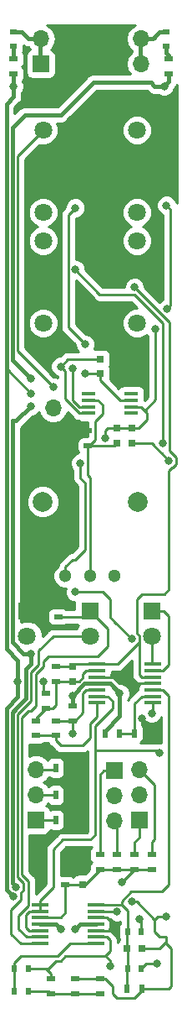
<source format=gbr>
G04 #@! TF.GenerationSoftware,KiCad,Pcbnew,(5.0.0)*
G04 #@! TF.CreationDate,2019-01-08T13:59:11-08:00*
G04 #@! TF.ProjectId,pcb,7063622E6B696361645F706362000000,rev?*
G04 #@! TF.SameCoordinates,Original*
G04 #@! TF.FileFunction,Copper,L1,Top,Signal*
G04 #@! TF.FilePolarity,Positive*
%FSLAX46Y46*%
G04 Gerber Fmt 4.6, Leading zero omitted, Abs format (unit mm)*
G04 Created by KiCad (PCBNEW (5.0.0)) date 01/08/19 13:59:11*
%MOMM*%
%LPD*%
G01*
G04 APERTURE LIST*
G04 #@! TA.AperFunction,SMDPad,CuDef*
%ADD10R,0.750000X0.800000*%
G04 #@! TD*
G04 #@! TA.AperFunction,SMDPad,CuDef*
%ADD11R,0.800000X0.750000*%
G04 #@! TD*
G04 #@! TA.AperFunction,SMDPad,CuDef*
%ADD12R,0.600000X0.700000*%
G04 #@! TD*
G04 #@! TA.AperFunction,ComponentPad*
%ADD13C,1.300000*%
G04 #@! TD*
G04 #@! TA.AperFunction,ComponentPad*
%ADD14C,2.000000*%
G04 #@! TD*
G04 #@! TA.AperFunction,SMDPad,CuDef*
%ADD15R,0.900000X0.500000*%
G04 #@! TD*
G04 #@! TA.AperFunction,SMDPad,CuDef*
%ADD16R,0.500000X0.900000*%
G04 #@! TD*
G04 #@! TA.AperFunction,SMDPad,CuDef*
%ADD17R,0.700000X0.600000*%
G04 #@! TD*
G04 #@! TA.AperFunction,ComponentPad*
%ADD18C,1.800000*%
G04 #@! TD*
G04 #@! TA.AperFunction,ComponentPad*
%ADD19O,1.700000X1.700000*%
G04 #@! TD*
G04 #@! TA.AperFunction,ComponentPad*
%ADD20R,1.700000X1.700000*%
G04 #@! TD*
G04 #@! TA.AperFunction,SMDPad,CuDef*
%ADD21R,1.676400X0.355600*%
G04 #@! TD*
G04 #@! TA.AperFunction,SMDPad,CuDef*
%ADD22R,1.422400X0.431800*%
G04 #@! TD*
G04 #@! TA.AperFunction,ComponentPad*
%ADD23R,1.800000X1.800000*%
G04 #@! TD*
G04 #@! TA.AperFunction,ViaPad*
%ADD24C,0.800000*%
G04 #@! TD*
G04 #@! TA.AperFunction,Conductor*
%ADD25C,0.250000*%
G04 #@! TD*
G04 #@! TA.AperFunction,Conductor*
%ADD26C,0.400000*%
G04 #@! TD*
G04 #@! TA.AperFunction,Conductor*
%ADD27C,0.254000*%
G04 #@! TD*
G04 APERTURE END LIST*
D10*
G04 #@! TO.P,C10,2*
G04 #@! TO.N,GATE*
X146750000Y-114750000D03*
G04 #@! TO.P,C10,1*
G04 #@! TO.N,Net-(C10-Pad1)*
X146750000Y-116250000D03*
G04 #@! TD*
D11*
G04 #@! TO.P,C14,1*
G04 #@! TO.N,Net-(C14-Pad1)*
X153750000Y-143250000D03*
G04 #@! TO.P,C14,2*
G04 #@! TO.N,FULL_WAVE*
X152250000Y-143250000D03*
G04 #@! TD*
D12*
G04 #@! TO.P,D8,1*
G04 #@! TO.N,Net-(D7-Pad2)*
X140800000Y-147500000D03*
G04 #@! TO.P,D8,2*
G04 #@! TO.N,Net-(D8-Pad2)*
X142200000Y-147500000D03*
G04 #@! TD*
D13*
G04 #@! TO.P,R7,1*
G04 #@! TO.N,AMP_OUT*
X146000000Y-105650000D03*
G04 #@! TO.P,R7,2*
G04 #@! TO.N,Net-(C7-Pad1)*
X148500000Y-105650000D03*
G04 #@! TO.P,R7,3*
G04 #@! TO.N,Net-(R7-Pad3)*
X151000000Y-105650000D03*
D14*
G04 #@! TO.P,R7,*
G04 #@! TO.N,*
X143700000Y-98150000D03*
X153300000Y-98150000D03*
G04 #@! TD*
D10*
G04 #@! TO.P,C15,2*
G04 #@! TO.N,Net-(C15-Pad2)*
X152750000Y-92250000D03*
G04 #@! TO.P,C15,1*
G04 #@! TO.N,AMP_OUT*
X152750000Y-90750000D03*
G04 #@! TD*
G04 #@! TO.P,C11,1*
G04 #@! TO.N,Net-(C11-Pad1)*
X147750000Y-136750000D03*
G04 #@! TO.P,C11,2*
G04 #@! TO.N,GND*
X147750000Y-135250000D03*
G04 #@! TD*
G04 #@! TO.P,C7,1*
G04 #@! TO.N,Net-(C7-Pad1)*
X151250000Y-92250000D03*
G04 #@! TO.P,C7,2*
G04 #@! TO.N,AMP_OUT*
X151250000Y-90750000D03*
G04 #@! TD*
D11*
G04 #@! TO.P,C6,2*
G04 #@! TO.N,VEE*
X149500000Y-83750000D03*
G04 #@! TO.P,C6,1*
G04 #@! TO.N,GND*
X151000000Y-83750000D03*
G04 #@! TD*
G04 #@! TO.P,C4,2*
G04 #@! TO.N,GND*
X151000000Y-85250000D03*
G04 #@! TO.P,C4,1*
G04 #@! TO.N,VCC*
X149500000Y-85250000D03*
G04 #@! TD*
D15*
G04 #@! TO.P,L1,1*
G04 #@! TO.N,Net-(D1-Pad1)*
X140750000Y-53500000D03*
G04 #@! TO.P,L1,2*
G04 #@! TO.N,VCC*
X140750000Y-55000000D03*
G04 #@! TD*
G04 #@! TO.P,L2,2*
G04 #@! TO.N,VEE*
X156500000Y-55000000D03*
G04 #@! TO.P,L2,1*
G04 #@! TO.N,Net-(D2-Pad2)*
X156500000Y-53500000D03*
G04 #@! TD*
G04 #@! TO.P,R34,2*
G04 #@! TO.N,Net-(D8-Pad2)*
X147000000Y-147750000D03*
G04 #@! TO.P,R34,1*
G04 #@! TO.N,Net-(C14-Pad1)*
X147000000Y-146250000D03*
G04 #@! TD*
G04 #@! TO.P,R33,1*
G04 #@! TO.N,Net-(D8-Pad2)*
X144500000Y-147750000D03*
G04 #@! TO.P,R33,2*
G04 #@! TO.N,Net-(D7-Pad1)*
X144500000Y-146250000D03*
G04 #@! TD*
D16*
G04 #@! TO.P,R20,1*
G04 #@! TO.N,Net-(Gate1-Pad3)*
X145000000Y-125000000D03*
G04 #@! TO.P,R20,2*
G04 #@! TO.N,GND*
X146500000Y-125000000D03*
G04 #@! TD*
G04 #@! TO.P,R21,2*
G04 #@! TO.N,GND*
X146500000Y-127750000D03*
G04 #@! TO.P,R21,1*
G04 #@! TO.N,Net-(Gate1-Pad2)*
X145000000Y-127750000D03*
G04 #@! TD*
G04 #@! TO.P,R30,2*
G04 #@! TO.N,Net-(C14-Pad1)*
X153750000Y-147250000D03*
G04 #@! TO.P,R30,1*
G04 #@! TO.N,FULL_WAVE*
X152250000Y-147250000D03*
G04 #@! TD*
D15*
G04 #@! TO.P,R23,1*
G04 #@! TO.N,Net-(C11-Pad1)*
X149500000Y-135250000D03*
G04 #@! TO.P,R23,2*
G04 #@! TO.N,Net-(Decay1-Pad1)*
X149500000Y-133750000D03*
G04 #@! TD*
G04 #@! TO.P,R24,2*
G04 #@! TO.N,Net-(Decay1-Pad3)*
X151250000Y-133750000D03*
G04 #@! TO.P,R24,1*
G04 #@! TO.N,Net-(C11-Pad1)*
X151250000Y-135250000D03*
G04 #@! TD*
G04 #@! TO.P,R25,1*
G04 #@! TO.N,Net-(C11-Pad1)*
X153000000Y-135250000D03*
G04 #@! TO.P,R25,2*
G04 #@! TO.N,Net-(Attack1-Pad1)*
X153000000Y-133750000D03*
G04 #@! TD*
D16*
G04 #@! TO.P,R18,2*
G04 #@! TO.N,Net-(R18-Pad2)*
X151500000Y-121500000D03*
G04 #@! TO.P,R18,1*
G04 #@! TO.N,VCC*
X150000000Y-121500000D03*
G04 #@! TD*
D15*
G04 #@! TO.P,R26,1*
G04 #@! TO.N,Net-(C11-Pad1)*
X154750000Y-135250000D03*
G04 #@! TO.P,R26,2*
G04 #@! TO.N,Net-(Attack1-Pad3)*
X154750000Y-133750000D03*
G04 #@! TD*
G04 #@! TO.P,R27,2*
G04 #@! TO.N,Net-(C11-Pad1)*
X146000000Y-136750000D03*
G04 #@! TO.P,R27,1*
G04 #@! TO.N,GND*
X146000000Y-135250000D03*
G04 #@! TD*
G04 #@! TO.P,R17,1*
G04 #@! TO.N,~GATE*
X145000000Y-121750000D03*
G04 #@! TO.P,R17,2*
G04 #@! TO.N,Net-(Gate1-Pad2)*
X145000000Y-120250000D03*
G04 #@! TD*
D16*
G04 #@! TO.P,R19,2*
G04 #@! TO.N,GND*
X154500000Y-121500000D03*
G04 #@! TO.P,R19,1*
G04 #@! TO.N,Net-(R18-Pad2)*
X153000000Y-121500000D03*
G04 #@! TD*
D15*
G04 #@! TO.P,R6,1*
G04 #@! TO.N,Net-(C7-Pad1)*
X148250000Y-92500000D03*
G04 #@! TO.P,R6,2*
G04 #@! TO.N,GND*
X148250000Y-91000000D03*
G04 #@! TD*
G04 #@! TO.P,R9,1*
G04 #@! TO.N,Net-(LED2-Pad1)*
X145250000Y-109750000D03*
G04 #@! TO.P,R9,2*
G04 #@! TO.N,GND*
X145250000Y-108250000D03*
G04 #@! TD*
G04 #@! TO.P,R13,1*
G04 #@! TO.N,Net-(C10-Pad1)*
X144000000Y-119000000D03*
G04 #@! TO.P,R13,2*
G04 #@! TO.N,Net-(R12-Pad2)*
X144000000Y-117500000D03*
G04 #@! TD*
G04 #@! TO.P,R14,2*
G04 #@! TO.N,Net-(C10-Pad1)*
X145000000Y-116250000D03*
G04 #@! TO.P,R14,1*
G04 #@! TO.N,GATE*
X145000000Y-114750000D03*
G04 #@! TD*
G04 #@! TO.P,R15,1*
G04 #@! TO.N,Net-(C10-Pad1)*
X143000000Y-120250000D03*
G04 #@! TO.P,R15,2*
G04 #@! TO.N,~GATE*
X143000000Y-121750000D03*
G04 #@! TD*
G04 #@! TO.P,R16,2*
G04 #@! TO.N,VCC*
X146750000Y-118750000D03*
G04 #@! TO.P,R16,1*
G04 #@! TO.N,Net-(Gate1-Pad2)*
X146750000Y-120250000D03*
G04 #@! TD*
D16*
G04 #@! TO.P,R22,1*
G04 #@! TO.N,Net-(Gate1-Pad1)*
X145000000Y-130250000D03*
G04 #@! TO.P,R22,2*
G04 #@! TO.N,GND*
X146500000Y-130250000D03*
G04 #@! TD*
D12*
G04 #@! TO.P,D5,1*
G04 #@! TO.N,Net-(Attack1-Pad2)*
X153700000Y-145250000D03*
G04 #@! TO.P,D5,2*
G04 #@! TO.N,FULL_WAVE*
X152300000Y-145250000D03*
G04 #@! TD*
G04 #@! TO.P,D7,1*
G04 #@! TO.N,Net-(D7-Pad1)*
X142200000Y-145250000D03*
G04 #@! TO.P,D7,2*
G04 #@! TO.N,Net-(D7-Pad2)*
X140800000Y-145250000D03*
G04 #@! TD*
D17*
G04 #@! TO.P,D2,2*
G04 #@! TO.N,Net-(D2-Pad2)*
X156250000Y-52200000D03*
G04 #@! TO.P,D2,1*
G04 #@! TO.N,Net-(D2-Pad1)*
X156250000Y-50800000D03*
G04 #@! TD*
G04 #@! TO.P,D1,1*
G04 #@! TO.N,Net-(D1-Pad1)*
X140750000Y-52200000D03*
G04 #@! TO.P,D1,2*
G04 #@! TO.N,Net-(D1-Pad2)*
X140750000Y-50800000D03*
G04 #@! TD*
D12*
G04 #@! TO.P,D6,1*
G04 #@! TO.N,FULL_WAVE*
X152300000Y-141500000D03*
G04 #@! TO.P,D6,2*
G04 #@! TO.N,Net-(D6-Pad2)*
X153700000Y-141500000D03*
G04 #@! TD*
D18*
G04 #@! TO.P,J1,3*
G04 #@! TO.N,Net-(C3-Pad1)*
X143750000Y-68970000D03*
G04 #@! TO.P,J1,1*
G04 #@! TO.N,GND*
X143750000Y-57570000D03*
G04 #@! TO.P,J1,2*
G04 #@! TO.N,Net-(J1-Pad2)*
X143750000Y-60670000D03*
G04 #@! TD*
G04 #@! TO.P,J2,2*
G04 #@! TO.N,Net-(J2-Pad2)*
X153250000Y-60670000D03*
G04 #@! TO.P,J2,1*
G04 #@! TO.N,GND*
X153250000Y-57570000D03*
G04 #@! TO.P,J2,3*
G04 #@! TO.N,Net-(J2-Pad3)*
X153250000Y-68970000D03*
G04 #@! TD*
G04 #@! TO.P,J3,3*
G04 #@! TO.N,Net-(J3-Pad3)*
X143750000Y-71830000D03*
G04 #@! TO.P,J3,1*
G04 #@! TO.N,GND*
X143750000Y-83230000D03*
G04 #@! TO.P,J3,2*
G04 #@! TO.N,Net-(J3-Pad2)*
X143750000Y-80130000D03*
G04 #@! TD*
G04 #@! TO.P,J4,2*
G04 #@! TO.N,Net-(J4-Pad2)*
X153250000Y-80130000D03*
G04 #@! TO.P,J4,1*
G04 #@! TO.N,GND*
X153250000Y-83230000D03*
G04 #@! TO.P,J4,3*
G04 #@! TO.N,Net-(J4-Pad3)*
X153250000Y-71830000D03*
G04 #@! TD*
D19*
G04 #@! TO.P,MIC1,2*
G04 #@! TO.N,Net-(J1-Pad2)*
X144750000Y-88710000D03*
D20*
G04 #@! TO.P,MIC1,1*
G04 #@! TO.N,GND*
X144750000Y-91250000D03*
G04 #@! TD*
D19*
G04 #@! TO.P,Attack1,3*
G04 #@! TO.N,Net-(Attack1-Pad3)*
X153500000Y-125220000D03*
G04 #@! TO.P,Attack1,2*
G04 #@! TO.N,Net-(Attack1-Pad2)*
X153500000Y-127760000D03*
D20*
G04 #@! TO.P,Attack1,1*
G04 #@! TO.N,Net-(Attack1-Pad1)*
X153500000Y-130300000D03*
G04 #@! TD*
G04 #@! TO.P,Decay1,1*
G04 #@! TO.N,Net-(Decay1-Pad1)*
X151000000Y-125250000D03*
D19*
G04 #@! TO.P,Decay1,2*
G04 #@! TO.N,Net-(D6-Pad2)*
X151000000Y-127790000D03*
G04 #@! TO.P,Decay1,3*
G04 #@! TO.N,Net-(Decay1-Pad3)*
X151000000Y-130330000D03*
G04 #@! TD*
G04 #@! TO.P,Gate1,3*
G04 #@! TO.N,Net-(Gate1-Pad3)*
X143000000Y-125170000D03*
G04 #@! TO.P,Gate1,2*
G04 #@! TO.N,Net-(Gate1-Pad2)*
X143000000Y-127710000D03*
D20*
G04 #@! TO.P,Gate1,1*
G04 #@! TO.N,Net-(Gate1-Pad1)*
X143000000Y-130250000D03*
G04 #@! TD*
D21*
G04 #@! TO.P,U2,14*
G04 #@! TO.N,Net-(LED3-Pad2)*
X154819400Y-114550001D03*
G04 #@! TO.P,U2,13*
G04 #@! TO.N,Net-(LED3-Pad1)*
X154819400Y-115200000D03*
G04 #@! TO.P,U2,12*
G04 #@! TO.N,GATE*
X154819400Y-115850001D03*
G04 #@! TO.P,U2,11*
G04 #@! TO.N,GND*
X154819400Y-116500000D03*
G04 #@! TO.P,U2,10*
G04 #@! TO.N,FULL_WAVE*
X154819400Y-117150001D03*
G04 #@! TO.P,U2,9*
G04 #@! TO.N,Net-(R18-Pad2)*
X154819400Y-117800000D03*
G04 #@! TO.P,U2,8*
G04 #@! TO.N,CLIP*
X154819400Y-118450001D03*
G04 #@! TO.P,U2,7*
G04 #@! TO.N,~GATE*
X149180600Y-118449999D03*
G04 #@! TO.P,U2,6*
G04 #@! TO.N,ENVELOPE*
X149180600Y-117800000D03*
G04 #@! TO.P,U2,5*
G04 #@! TO.N,Net-(Gate1-Pad2)*
X149180600Y-117149999D03*
G04 #@! TO.P,U2,4*
G04 #@! TO.N,VCC*
X149180600Y-116500000D03*
G04 #@! TO.P,U2,3*
G04 #@! TO.N,GND*
X149180600Y-115850001D03*
G04 #@! TO.P,U2,2*
G04 #@! TO.N,Net-(C10-Pad1)*
X149180600Y-115200000D03*
G04 #@! TO.P,U2,1*
G04 #@! TO.N,GATE*
X149180600Y-114549999D03*
G04 #@! TD*
G04 #@! TO.P,U3,1*
G04 #@! TO.N,ENVELOPE*
X143430600Y-138799999D03*
G04 #@! TO.P,U3,2*
X143430600Y-139450000D03*
G04 #@! TO.P,U3,3*
G04 #@! TO.N,Net-(C11-Pad1)*
X143430600Y-140100001D03*
G04 #@! TO.P,U3,4*
G04 #@! TO.N,VCC*
X143430600Y-140750000D03*
G04 #@! TO.P,U3,5*
G04 #@! TO.N,ENVELOPE*
X143430600Y-141399999D03*
G04 #@! TO.P,U3,6*
G04 #@! TO.N,Net-(LED2-Pad1)*
X143430600Y-142050000D03*
G04 #@! TO.P,U3,7*
G04 #@! TO.N,Net-(LED2-Pad2)*
X143430600Y-142699999D03*
G04 #@! TO.P,U3,8*
G04 #@! TO.N,Net-(D7-Pad2)*
X149069400Y-142700001D03*
G04 #@! TO.P,U3,9*
G04 #@! TO.N,Net-(D7-Pad1)*
X149069400Y-142050000D03*
G04 #@! TO.P,U3,10*
G04 #@! TO.N,GND*
X149069400Y-141400001D03*
G04 #@! TO.P,U3,11*
G04 #@! TO.N,VEE*
X149069400Y-140750000D03*
G04 #@! TO.P,U3,12*
G04 #@! TO.N,GND*
X149069400Y-140100001D03*
G04 #@! TO.P,U3,13*
G04 #@! TO.N,Net-(C14-Pad1)*
X149069400Y-139450000D03*
G04 #@! TO.P,U3,14*
G04 #@! TO.N,FULL_WAVE*
X149069400Y-138800001D03*
G04 #@! TD*
D22*
G04 #@! TO.P,U1,1*
G04 #@! TO.N,Net-(U1-Pad1)*
X148328300Y-87275001D03*
G04 #@! TO.P,U1,2*
G04 #@! TO.N,Net-(C7-Pad1)*
X148328300Y-87924999D03*
G04 #@! TO.P,U1,3*
G04 #@! TO.N,Net-(R4-Pad1)*
X148328300Y-88575001D03*
G04 #@! TO.P,U1,4*
G04 #@! TO.N,VEE*
X148328300Y-89224999D03*
G04 #@! TO.P,U1,5*
G04 #@! TO.N,Net-(U1-Pad5)*
X152671700Y-89224999D03*
G04 #@! TO.P,U1,6*
G04 #@! TO.N,AMP_OUT*
X152671700Y-88575001D03*
G04 #@! TO.P,U1,7*
G04 #@! TO.N,VCC*
X152671700Y-87924999D03*
G04 #@! TO.P,U1,8*
G04 #@! TO.N,Net-(U1-Pad8)*
X152671700Y-87275001D03*
G04 #@! TD*
D19*
G04 #@! TO.P,JP4,10*
G04 #@! TO.N,Net-(D2-Pad1)*
X153660000Y-51460000D03*
G04 #@! TO.P,JP4,9*
X153660000Y-54000000D03*
G04 #@! TO.P,JP4,8*
G04 #@! TO.N,GND*
X151120000Y-51460000D03*
G04 #@! TO.P,JP4,7*
X151120000Y-54000000D03*
G04 #@! TO.P,JP4,6*
X148580000Y-51460000D03*
G04 #@! TO.P,JP4,5*
X148580000Y-54000000D03*
G04 #@! TO.P,JP4,4*
X146040000Y-51460000D03*
G04 #@! TO.P,JP4,3*
X146040000Y-54000000D03*
G04 #@! TO.P,JP4,2*
G04 #@! TO.N,Net-(D1-Pad2)*
X143500000Y-51460000D03*
D20*
G04 #@! TO.P,JP4,1*
X143500000Y-54000000D03*
G04 #@! TD*
D18*
G04 #@! TO.P,LED1,2*
G04 #@! TO.N,Net-(LED1-Pad2)*
X142110000Y-111690000D03*
D23*
G04 #@! TO.P,LED1,1*
G04 #@! TO.N,GND*
X142110000Y-109150000D03*
G04 #@! TD*
D18*
G04 #@! TO.P,LED2,2*
G04 #@! TO.N,Net-(LED2-Pad2)*
X148480000Y-111690000D03*
D23*
G04 #@! TO.P,LED2,1*
G04 #@! TO.N,Net-(LED2-Pad1)*
X148480000Y-109150000D03*
G04 #@! TD*
G04 #@! TO.P,LED3,1*
G04 #@! TO.N,Net-(LED3-Pad1)*
X154790000Y-109150000D03*
D18*
G04 #@! TO.P,LED3,2*
G04 #@! TO.N,Net-(LED3-Pad2)*
X154790000Y-111690000D03*
G04 #@! TD*
D15*
G04 #@! TO.P,R35,2*
G04 #@! TO.N,Net-(D8-Pad2)*
X149500000Y-147750000D03*
G04 #@! TO.P,R35,1*
G04 #@! TO.N,Net-(C14-Pad1)*
X149500000Y-146250000D03*
G04 #@! TD*
D24*
G04 #@! TO.N,VCC*
X140750000Y-56250000D03*
X140750000Y-138000000D03*
X145500000Y-141250000D03*
X151500000Y-117500000D03*
X141174990Y-116250000D03*
X146750000Y-117692400D03*
X142500000Y-87250000D03*
X148000000Y-85250000D03*
G04 #@! TO.N,AMP_OUT*
X147525000Y-94250000D03*
X150000000Y-91750000D03*
X155123002Y-80750000D03*
X156262653Y-78737347D03*
X156250000Y-68250000D03*
G04 #@! TO.N,VEE*
X156000000Y-56250000D03*
X141000000Y-137000000D03*
X147000000Y-141250000D03*
X142500000Y-113500000D03*
X142500000Y-85750000D03*
X145500000Y-84500000D03*
X142500000Y-88500000D03*
G04 #@! TO.N,ENVELOPE*
X155500000Y-123500000D03*
X155848002Y-92250000D03*
X147000000Y-74750000D03*
G04 #@! TO.N,GND*
X150750000Y-141250000D03*
X146750000Y-133750000D03*
X153750000Y-120000000D03*
X147750000Y-126250000D03*
X143750000Y-123250000D03*
X143250000Y-134250000D03*
X142500000Y-92250000D03*
X152750000Y-116500000D03*
X150250000Y-58000000D03*
X150000000Y-79500000D03*
G04 #@! TO.N,GATE*
X153000000Y-76500000D03*
G04 #@! TO.N,CLIP*
X154750000Y-119500000D03*
X152750000Y-112000000D03*
X147000000Y-107250000D03*
G04 #@! TO.N,Net-(Gate1-Pad2)*
X146750000Y-121500000D03*
G04 #@! TO.N,Net-(Attack1-Pad2)*
X155250000Y-144750000D03*
G04 #@! TO.N,Net-(D6-Pad2)*
X153500000Y-140250000D03*
G04 #@! TO.N,Net-(J1-Pad2)*
X144750000Y-86562653D03*
G04 #@! TO.N,Net-(C11-Pad1)*
X151750000Y-136500000D03*
G04 #@! TO.N,Net-(C14-Pad1)*
X152750000Y-138500000D03*
X151250000Y-139525001D03*
X156250000Y-140000000D03*
G04 #@! TO.N,Net-(D7-Pad1)*
X150500000Y-145000000D03*
G04 #@! TO.N,Net-(C15-Pad2)*
X156500000Y-94000000D03*
G04 #@! TO.N,Net-(R4-Pad1)*
X146750000Y-84750000D03*
X148000000Y-82250000D03*
X147000000Y-68500000D03*
G04 #@! TO.N,Net-(R12-Pad2)*
X143750000Y-116250000D03*
G04 #@! TD*
D25*
G04 #@! TO.N,AMP_OUT*
X146000000Y-104730762D02*
X146715480Y-104015282D01*
X146000000Y-105650000D02*
X146000000Y-104730762D01*
D26*
G04 #@! TO.N,Net-(D2-Pad1)*
X153598880Y-51363880D02*
X153598880Y-53903880D01*
X153598880Y-51363880D02*
X154010360Y-51363880D01*
D25*
G04 #@! TO.N,Net-(D1-Pad2)*
X143438880Y-51363880D02*
X142900400Y-51363880D01*
X143438880Y-51363880D02*
X142803880Y-51363880D01*
D26*
X143438880Y-51363880D02*
X142910560Y-51363880D01*
X143438880Y-51363880D02*
X143438880Y-53903880D01*
X143500000Y-51460000D02*
X142210000Y-51460000D01*
X141550000Y-50800000D02*
X140750000Y-50800000D01*
X142210000Y-51460000D02*
X141550000Y-50800000D01*
G04 #@! TO.N,VCC*
X140750000Y-55000000D02*
X140750000Y-56250000D01*
X140500000Y-137750000D02*
X140750000Y-138000000D01*
X145000000Y-140750000D02*
X145500000Y-141250000D01*
X143430600Y-140750000D02*
X145000000Y-140750000D01*
X150500000Y-116500000D02*
X149180600Y-116500000D01*
X151500000Y-117500000D02*
X151500000Y-117500000D01*
X151500000Y-119750000D02*
X151500000Y-117500000D01*
X150000000Y-121250000D02*
X151500000Y-119750000D01*
X150000000Y-121500000D02*
X150000000Y-121250000D01*
X151000000Y-117000000D02*
X150750000Y-116750000D01*
X150750000Y-116750000D02*
X150500000Y-116500000D01*
X151500000Y-117500000D02*
X150750000Y-116750000D01*
X146750000Y-117692400D02*
X146750000Y-117692400D01*
X149180600Y-116500000D02*
X147942400Y-116500000D01*
X147942400Y-116500000D02*
X146750000Y-117692400D01*
X140000000Y-137250000D02*
X140750000Y-138000000D01*
X140000000Y-119000000D02*
X140000000Y-137250000D01*
X141174990Y-117825010D02*
X140000000Y-119000000D01*
X141174990Y-116250000D02*
X141174990Y-117825010D01*
X140750000Y-57250000D02*
X140750000Y-56250000D01*
X140000000Y-58000000D02*
X140750000Y-57250000D01*
X141174990Y-114174990D02*
X140000000Y-113000000D01*
X141174990Y-116250000D02*
X141174990Y-114174990D01*
X146750000Y-117692400D02*
X146750000Y-118750000D01*
X140000000Y-113000000D02*
X140000000Y-84000000D01*
D25*
X149367845Y-85117845D02*
X149500000Y-85250000D01*
X148000000Y-85250000D02*
X149500000Y-85250000D01*
X149500000Y-85875000D02*
X149500000Y-85250000D01*
X151549999Y-87924999D02*
X149500000Y-85875000D01*
X152671700Y-87924999D02*
X151549999Y-87924999D01*
X140000000Y-84750000D02*
X140000000Y-83250000D01*
X142500000Y-87250000D02*
X140000000Y-84750000D01*
D26*
X140000000Y-84000000D02*
X140000000Y-83250000D01*
X140000000Y-83250000D02*
X140000000Y-58000000D01*
D25*
G04 #@! TO.N,AMP_OUT*
X151250000Y-90750000D02*
X152750000Y-90750000D01*
X153375000Y-90750000D02*
X154250000Y-89875000D01*
X152750000Y-90750000D02*
X153375000Y-90750000D01*
X153632900Y-88575001D02*
X152671700Y-88575001D01*
X154250000Y-89875000D02*
X154250000Y-89192101D01*
X146715480Y-104015282D02*
X146984718Y-104015282D01*
X146984718Y-104015282D02*
X148000000Y-103000000D01*
X148000000Y-103000000D02*
X148000000Y-96250000D01*
X148000000Y-96250000D02*
X147525000Y-95775000D01*
X147525000Y-95775000D02*
X147525000Y-94250000D01*
X150000000Y-91750000D02*
X150000000Y-91000000D01*
X150250000Y-90750000D02*
X151250000Y-90750000D01*
X150000000Y-91000000D02*
X150250000Y-90750000D01*
X154057899Y-89000000D02*
X154057899Y-88942101D01*
X154057899Y-89000000D02*
X153632900Y-88575001D01*
X154250000Y-89192101D02*
X154057899Y-89000000D01*
X154057899Y-88942101D02*
X155123002Y-87876998D01*
X155123002Y-87876998D02*
X155123002Y-80750000D01*
X156262653Y-78737347D02*
X156662652Y-78337348D01*
X156662652Y-78337348D02*
X156662652Y-68662652D01*
X156662652Y-68662652D02*
X156250000Y-68250000D01*
D26*
G04 #@! TO.N,VEE*
X156500000Y-55000000D02*
X156500000Y-55750000D01*
X156500000Y-55750000D02*
X156000000Y-56250000D01*
X155040800Y-56250000D02*
X154645400Y-55854600D01*
X156000000Y-56250000D02*
X155040800Y-56250000D01*
X154645400Y-55854600D02*
X148803360Y-55854600D01*
X148803360Y-55854600D02*
X145516600Y-59141360D01*
X145516600Y-59141360D02*
X141858640Y-59141360D01*
X141858640Y-59141360D02*
X140600010Y-60399990D01*
X147500000Y-140750000D02*
X149069400Y-140750000D01*
X147000000Y-141250000D02*
X147500000Y-140750000D01*
X141000000Y-137000000D02*
X140600010Y-136600010D01*
X141750000Y-113500000D02*
X142500000Y-113500000D01*
X140600010Y-112350010D02*
X141750000Y-113500000D01*
X141974990Y-118025010D02*
X141974990Y-115025010D01*
X142500000Y-113500000D02*
X142500000Y-114500000D01*
X141974990Y-115025010D02*
X142500000Y-114500000D01*
X140600010Y-119399990D02*
X140600010Y-119750000D01*
X141250000Y-118750000D02*
X141974990Y-118025010D01*
X140750000Y-119250000D02*
X141250000Y-118750000D01*
X140600010Y-119399990D02*
X141250000Y-118750000D01*
X140600010Y-120000000D02*
X140600010Y-119399990D01*
X140600010Y-120000000D02*
X140600010Y-119750000D01*
X140600010Y-136600010D02*
X140600010Y-120000000D01*
X140600010Y-83250000D02*
X140600010Y-83625316D01*
X140600010Y-60399990D02*
X140600010Y-83250000D01*
X140600010Y-83625316D02*
X140625316Y-83625316D01*
D25*
X147367100Y-89224999D02*
X148328300Y-89224999D01*
X145925001Y-87782900D02*
X147367100Y-89224999D01*
X145925001Y-84925001D02*
X145925001Y-87782900D01*
X145500000Y-84500000D02*
X145925001Y-84925001D01*
X145500000Y-84500000D02*
X146250000Y-83750000D01*
X146250000Y-83750000D02*
X147250000Y-83750000D01*
X147000000Y-83750000D02*
X147250000Y-83750000D01*
X147250000Y-83750000D02*
X149500000Y-83750000D01*
D26*
X141000000Y-90000000D02*
X140600010Y-90000000D01*
X142500000Y-88500000D02*
X141000000Y-90000000D01*
X140600010Y-90000000D02*
X140600010Y-112350010D01*
X140600010Y-83850010D02*
X142500000Y-85750000D01*
X140600010Y-83625316D02*
X140600010Y-83850010D01*
D25*
G04 #@! TO.N,ENVELOPE*
X142342400Y-141399999D02*
X142000000Y-141057599D01*
X143430600Y-141399999D02*
X142342400Y-141399999D01*
X143430600Y-139450000D02*
X143430600Y-138799999D01*
X142342400Y-139450000D02*
X143430600Y-139450000D01*
X142000000Y-139792400D02*
X142342400Y-139450000D01*
X142000000Y-141057599D02*
X142000000Y-139792400D01*
X150750000Y-119000000D02*
X150750000Y-118281200D01*
X149000000Y-120750000D02*
X150750000Y-119000000D01*
X143430600Y-138799999D02*
X143430600Y-138372199D01*
X143430600Y-138372199D02*
X144750000Y-137052799D01*
X144750000Y-137052799D02*
X144750000Y-133250000D01*
X144750000Y-133250000D02*
X145750000Y-132250000D01*
X150268800Y-117800000D02*
X149180600Y-117800000D01*
X145750000Y-132250000D02*
X148500000Y-132250000D01*
X150750000Y-118281200D02*
X150268800Y-117800000D01*
X148500000Y-132250000D02*
X149000000Y-131750000D01*
X155250000Y-123250000D02*
X155500000Y-123500000D01*
X149000000Y-123250000D02*
X155250000Y-123250000D01*
X149000000Y-123250000D02*
X149000000Y-120750000D01*
X149000000Y-131750000D02*
X149000000Y-123250000D01*
X155848002Y-92250000D02*
X155848002Y-80098002D01*
X149475001Y-77225001D02*
X147000000Y-74750000D01*
X155848002Y-80098002D02*
X152975001Y-77225001D01*
X152975001Y-77225001D02*
X149475001Y-77225001D01*
G04 #@! TO.N,Net-(C7-Pad1)*
X148500000Y-105650000D02*
X148500000Y-95750000D01*
X151250000Y-92275000D02*
X151250000Y-92250000D01*
X148250000Y-95500000D02*
X148250000Y-92500000D01*
X148500000Y-95750000D02*
X148250000Y-95500000D01*
X151000000Y-92500000D02*
X151250000Y-92250000D01*
X148250000Y-92500000D02*
X151000000Y-92500000D01*
X149289500Y-87924999D02*
X148328300Y-87924999D01*
X149750000Y-88385499D02*
X149289500Y-87924999D01*
X149750000Y-89315401D02*
X149750000Y-88385499D01*
X149025001Y-90040400D02*
X149750000Y-89315401D01*
X149025001Y-91924999D02*
X149025001Y-90040400D01*
X148450000Y-92500000D02*
X149025001Y-91924999D01*
X148250000Y-92500000D02*
X148450000Y-92500000D01*
G04 #@! TO.N,GND*
X150750000Y-140692401D02*
X150750000Y-141250000D01*
X149069400Y-140100001D02*
X150157600Y-140100001D01*
X150157600Y-140100001D02*
X150750000Y-140692401D01*
X150599999Y-141400001D02*
X150750000Y-141250000D01*
X149069400Y-141400001D02*
X150599999Y-141400001D01*
X149180600Y-115850001D02*
X150850001Y-115850001D01*
X151500000Y-116500000D02*
X152750000Y-116500000D01*
X150850001Y-115850001D02*
X151500000Y-116500000D01*
X152750000Y-116500000D02*
X154819400Y-116500000D01*
X154500000Y-120750000D02*
X153750000Y-120000000D01*
X154500000Y-121500000D02*
X154500000Y-120750000D01*
X143010000Y-108250000D02*
X142110000Y-109150000D01*
X145250000Y-108250000D02*
X143010000Y-108250000D01*
X152750000Y-116500000D02*
X152750000Y-116500000D01*
G04 #@! TO.N,FULL_WAVE*
X152250000Y-145300000D02*
X152300000Y-145250000D01*
X152250000Y-147250000D02*
X152250000Y-145300000D01*
X152300000Y-143300000D02*
X152250000Y-143250000D01*
X152300000Y-145250000D02*
X152300000Y-143300000D01*
X152250000Y-141550000D02*
X152300000Y-141500000D01*
X152250000Y-143250000D02*
X152250000Y-141550000D01*
X152300000Y-141500000D02*
X152300000Y-141450000D01*
X149069400Y-138800001D02*
X151699999Y-138800001D01*
X152300000Y-139400002D02*
X152300000Y-141500000D01*
X151699999Y-138800001D02*
X152300000Y-139400002D01*
X155907600Y-117150001D02*
X154819400Y-117150001D01*
X151699999Y-138800001D02*
X151699999Y-138476999D01*
X151699999Y-138476999D02*
X152676998Y-137500000D01*
X152676998Y-137500000D02*
X155750000Y-137500000D01*
X155750000Y-137500000D02*
X156500000Y-136750000D01*
X156500000Y-136750000D02*
X156500000Y-117742401D01*
X156500000Y-117742401D02*
X155907600Y-117150001D01*
G04 #@! TO.N,Net-(D8-Pad2)*
X144250000Y-147500000D02*
X144500000Y-147750000D01*
X142200000Y-147500000D02*
X144250000Y-147500000D01*
X144500000Y-147750000D02*
X147000000Y-147750000D01*
X147700000Y-147750000D02*
X149500000Y-147750000D01*
X147000000Y-147750000D02*
X147700000Y-147750000D01*
G04 #@! TO.N,GATE*
X150268800Y-114549999D02*
X149180600Y-114549999D01*
X150486407Y-114549999D02*
X150268800Y-114549999D01*
X146950001Y-114549999D02*
X146750000Y-114750000D01*
X149180600Y-114549999D02*
X146950001Y-114549999D01*
X146750000Y-114750000D02*
X145000000Y-114750000D01*
X153475001Y-112348001D02*
X153475001Y-111651999D01*
X150486407Y-114549999D02*
X151273003Y-114549999D01*
X151273003Y-114549999D02*
X153475001Y-112348001D01*
X153475001Y-111651999D02*
X153250000Y-111426998D01*
X153250000Y-111426998D02*
X153250000Y-108000000D01*
X153250000Y-108000000D02*
X153750000Y-107500000D01*
X153750000Y-107500000D02*
X156000000Y-107500000D01*
X156000000Y-107500000D02*
X156500000Y-107000000D01*
X156500000Y-107000000D02*
X156500000Y-95000000D01*
X157225001Y-93651999D02*
X156573002Y-93000000D01*
X157225001Y-94348001D02*
X157225001Y-93651999D01*
X156848001Y-94725001D02*
X157225001Y-94348001D01*
X156500000Y-95000000D02*
X156774999Y-94725001D01*
X156774999Y-94725001D02*
X156848001Y-94725001D01*
X156573002Y-93000000D02*
X156573002Y-80073002D01*
X156573002Y-80073002D02*
X153000000Y-76500000D01*
X153475001Y-115593802D02*
X153475001Y-112348001D01*
X153731200Y-115850001D02*
X153475001Y-115593802D01*
X154819400Y-115850001D02*
X153731200Y-115850001D01*
G04 #@! TO.N,CLIP*
X154819400Y-118450001D02*
X154819400Y-119430600D01*
X154819400Y-119430600D02*
X154750000Y-119500000D01*
X152750000Y-112000000D02*
X151000000Y-110250000D01*
X151000000Y-110250000D02*
X150500000Y-109750000D01*
X150500000Y-109750000D02*
X150500000Y-108000000D01*
X150500000Y-108000000D02*
X149750000Y-107250000D01*
X149750000Y-107250000D02*
X147000000Y-107250000D01*
G04 #@! TO.N,Net-(Gate1-Pad2)*
X144960000Y-127710000D02*
X145000000Y-127750000D01*
X143000000Y-127710000D02*
X144960000Y-127710000D01*
X145200000Y-120250000D02*
X145000000Y-120250000D01*
X148092400Y-117149999D02*
X149180600Y-117149999D01*
X146750000Y-121500000D02*
X146750000Y-120250000D01*
X146750000Y-120250000D02*
X145000000Y-120250000D01*
X146950000Y-120250000D02*
X147750000Y-119450000D01*
X146750000Y-120250000D02*
X146950000Y-120250000D01*
X147750000Y-119450000D02*
X147750000Y-117492399D01*
X147750000Y-117492399D02*
X148092400Y-117149999D01*
G04 #@! TO.N,Net-(Attack1-Pad2)*
X154200000Y-144750000D02*
X153700000Y-145250000D01*
X155250000Y-144750000D02*
X154200000Y-144750000D01*
G04 #@! TO.N,Net-(D6-Pad2)*
X153700000Y-140450000D02*
X153500000Y-140250000D01*
X153700000Y-141500000D02*
X153700000Y-140450000D01*
G04 #@! TO.N,Net-(Decay1-Pad1)*
X149900000Y-125250000D02*
X151000000Y-125250000D01*
X149500000Y-125650000D02*
X149900000Y-125250000D01*
X149500000Y-133750000D02*
X149500000Y-125650000D01*
G04 #@! TO.N,Net-(Decay1-Pad3)*
X151250000Y-130580000D02*
X151000000Y-130330000D01*
X151250000Y-133750000D02*
X151250000Y-130580000D01*
G04 #@! TO.N,Net-(Attack1-Pad3)*
X154750000Y-133750000D02*
X154750000Y-132500000D01*
X154750000Y-132500000D02*
X155000000Y-132250000D01*
X155000000Y-126720000D02*
X153500000Y-125220000D01*
X155000000Y-132250000D02*
X155000000Y-126720000D01*
G04 #@! TO.N,Net-(Gate1-Pad1)*
X143000000Y-130250000D02*
X145000000Y-130250000D01*
G04 #@! TO.N,Net-(Gate1-Pad3)*
X144830000Y-125170000D02*
X145000000Y-125000000D01*
X143000000Y-125170000D02*
X144830000Y-125170000D01*
G04 #@! TO.N,Net-(Attack1-Pad1)*
X153000000Y-133750000D02*
X153000000Y-132500000D01*
X153500000Y-132000000D02*
X153500000Y-130300000D01*
X153000000Y-132500000D02*
X153500000Y-132000000D01*
G04 #@! TO.N,Net-(J1-Pad2)*
X141125020Y-63294980D02*
X143750000Y-60670000D01*
X141125020Y-82937673D02*
X141125020Y-81500000D01*
X144750000Y-86562653D02*
X141125020Y-82937673D01*
X141125020Y-82750000D02*
X141125020Y-81500000D01*
X141125020Y-81500000D02*
X141125020Y-63294980D01*
G04 #@! TO.N,~GATE*
X143000000Y-121750000D02*
X145000000Y-121750000D01*
X148474990Y-120525010D02*
X149180600Y-119819400D01*
X148474990Y-121974990D02*
X148474990Y-120525010D01*
X148500000Y-122000000D02*
X148474990Y-121974990D01*
X149180600Y-118750000D02*
X149180600Y-118449999D01*
X149180600Y-118877799D02*
X149180600Y-118750000D01*
X145000000Y-121750000D02*
X145000000Y-122250000D01*
X145000000Y-122250000D02*
X145500000Y-122750000D01*
X149180600Y-119819400D02*
X149180600Y-118750000D01*
X145500000Y-122750000D02*
X147750000Y-122750000D01*
X147750000Y-122750000D02*
X148500000Y-122000000D01*
G04 #@! TO.N,Net-(C10-Pad1)*
X145000000Y-116250000D02*
X146750000Y-116250000D01*
X148092400Y-115200000D02*
X149180600Y-115200000D01*
X147750000Y-115542400D02*
X148092400Y-115200000D01*
X147750000Y-115875000D02*
X147750000Y-115542400D01*
X147375000Y-116250000D02*
X147750000Y-115875000D01*
X146750000Y-116250000D02*
X147375000Y-116250000D01*
X143000000Y-120000000D02*
X144000000Y-119000000D01*
X143000000Y-120250000D02*
X143000000Y-120000000D01*
X145000000Y-116750000D02*
X145000000Y-116250000D01*
X145000000Y-118700000D02*
X145000000Y-116750000D01*
X144700000Y-119000000D02*
X145000000Y-118700000D01*
X144000000Y-119000000D02*
X144700000Y-119000000D01*
G04 #@! TO.N,Net-(C11-Pad1)*
X152750000Y-135500000D02*
X153000000Y-135250000D01*
X153000000Y-135250000D02*
X154750000Y-135250000D01*
X153000000Y-135250000D02*
X151250000Y-135250000D01*
X151250000Y-135250000D02*
X149500000Y-135250000D01*
X153000000Y-135250000D02*
X151750000Y-136500000D01*
X146000000Y-139600001D02*
X145500000Y-140100001D01*
X146000000Y-136750000D02*
X146000000Y-139600001D01*
X143430600Y-140100001D02*
X145500000Y-140100001D01*
X146000000Y-136750000D02*
X147750000Y-136750000D01*
X148000000Y-136750000D02*
X149500000Y-135250000D01*
X147750000Y-136750000D02*
X148000000Y-136750000D01*
G04 #@! TO.N,Net-(C14-Pad1)*
X150000000Y-146250000D02*
X149500000Y-146250000D01*
X151250000Y-148250000D02*
X150750000Y-147750000D01*
X150750000Y-147750000D02*
X150750000Y-147000000D01*
X150750000Y-147000000D02*
X150000000Y-146250000D01*
X154000000Y-147250000D02*
X153750000Y-147250000D01*
X147000000Y-146250000D02*
X149500000Y-146250000D01*
X153750000Y-147450000D02*
X153750000Y-147250000D01*
X152950000Y-148250000D02*
X153750000Y-147450000D01*
X151250000Y-148250000D02*
X152950000Y-148250000D01*
X154250000Y-147250000D02*
X156500000Y-147250000D01*
X153750000Y-147250000D02*
X154250000Y-147250000D01*
X156500000Y-147250000D02*
X156750000Y-147000000D01*
X156250000Y-142000000D02*
X156250000Y-142750000D01*
X156250000Y-142750000D02*
X156750000Y-143250000D01*
X156750000Y-147000000D02*
X156750000Y-143250000D01*
X153750000Y-143250000D02*
X153775000Y-143250000D01*
X156250000Y-142500000D02*
X156250000Y-142000000D01*
X155500000Y-143250000D02*
X156250000Y-142500000D01*
X153750000Y-143250000D02*
X155500000Y-143250000D01*
X155550000Y-142000000D02*
X155050000Y-141500000D01*
X156250000Y-142000000D02*
X155550000Y-142000000D01*
X155050000Y-141500000D02*
X155050000Y-140300000D01*
X155050000Y-140300000D02*
X153250000Y-138500000D01*
X153250000Y-138500000D02*
X152750000Y-138500000D01*
X149144401Y-139525001D02*
X149069400Y-139450000D01*
X151250000Y-139525001D02*
X149144401Y-139525001D01*
X155350000Y-140000000D02*
X155050000Y-140300000D01*
X156250000Y-140000000D02*
X155350000Y-140000000D01*
D26*
G04 #@! TO.N,Net-(D1-Pad1)*
X140750000Y-52200000D02*
X140750000Y-53500000D01*
G04 #@! TO.N,Net-(D2-Pad2)*
X156250000Y-52900000D02*
X156500000Y-53150000D01*
X156250000Y-52200000D02*
X156250000Y-52900000D01*
X156500000Y-53150000D02*
X156500000Y-53500000D01*
G04 #@! TO.N,Net-(D2-Pad1)*
X154862081Y-51460000D02*
X155000000Y-51322081D01*
X153660000Y-51460000D02*
X154862081Y-51460000D01*
X155500000Y-50800000D02*
X156250000Y-50800000D01*
X155000000Y-51300000D02*
X155500000Y-50800000D01*
X155000000Y-51322081D02*
X155000000Y-51300000D01*
D25*
G04 #@! TO.N,Net-(D7-Pad1)*
X144500000Y-145750000D02*
X144500000Y-146250000D01*
X144000000Y-145250000D02*
X144500000Y-145750000D01*
X142200000Y-145250000D02*
X144000000Y-145250000D01*
X150157600Y-142050000D02*
X149069400Y-142050000D01*
X150500000Y-143500000D02*
X150500000Y-142392400D01*
X144250000Y-145250000D02*
X145000000Y-144500000D01*
X144000000Y-145250000D02*
X144250000Y-145250000D01*
X150500000Y-142392400D02*
X150157600Y-142050000D01*
X145000000Y-144500000D02*
X145500000Y-144500000D01*
X145500000Y-144500000D02*
X146000000Y-144000000D01*
X146000000Y-144000000D02*
X150000000Y-144000000D01*
X150000000Y-144000000D02*
X150500000Y-143500000D01*
X150065685Y-144000000D02*
X150000000Y-144000000D01*
X150500000Y-144434315D02*
X150065685Y-144000000D01*
X150500000Y-145000000D02*
X150500000Y-144434315D01*
G04 #@! TO.N,Net-(C15-Pad2)*
X155750000Y-93250000D02*
X156500000Y-94000000D01*
X154750000Y-92250000D02*
X152750000Y-92250000D01*
X156500000Y-94000000D02*
X154750000Y-92250000D01*
G04 #@! TO.N,Net-(D7-Pad2)*
X140800000Y-147500000D02*
X140800000Y-145250000D01*
X147235001Y-142700001D02*
X149069400Y-142700001D01*
X141450000Y-144000000D02*
X145185002Y-144000000D01*
X140800000Y-145250000D02*
X140800000Y-144650000D01*
X140800000Y-144650000D02*
X141450000Y-144000000D01*
X146485001Y-142700001D02*
X147235001Y-142700001D01*
X145185002Y-144000000D02*
X146485001Y-142700001D01*
G04 #@! TO.N,Net-(LED2-Pad2)*
X144750000Y-111690000D02*
X148480000Y-111690000D01*
X142500000Y-115363590D02*
X143250000Y-114613590D01*
X142500000Y-118250000D02*
X142500000Y-115363590D01*
X143250000Y-113190000D02*
X144750000Y-111690000D01*
X141125020Y-119624980D02*
X142500000Y-118250000D01*
X141125020Y-136000000D02*
X141125020Y-119624980D01*
X143250000Y-114613590D02*
X143250000Y-113190000D01*
X141725001Y-136599981D02*
X141125020Y-136000000D01*
X141725001Y-137348001D02*
X141725001Y-136599981D01*
X141449999Y-142699999D02*
X140500000Y-141750000D01*
X143430600Y-142699999D02*
X141449999Y-142699999D01*
X140500000Y-141750000D02*
X140500000Y-139323002D01*
X140500000Y-139323002D02*
X141500000Y-138323002D01*
X141500000Y-138323002D02*
X141500000Y-137573002D01*
X141500000Y-137573002D02*
X141725001Y-137348001D01*
G04 #@! TO.N,Net-(LED2-Pad1)*
X147880000Y-109750000D02*
X148480000Y-109150000D01*
X145250000Y-109750000D02*
X147880000Y-109750000D01*
X150250000Y-110920000D02*
X148480000Y-109150000D01*
X150250000Y-112750000D02*
X150250000Y-110920000D01*
X142250000Y-136419255D02*
X141575030Y-135744285D01*
X142250000Y-138905990D02*
X142250000Y-136419255D01*
X143430600Y-142050000D02*
X142050000Y-142050000D01*
X141250000Y-139905990D02*
X142250000Y-138905990D01*
X141250000Y-141250000D02*
X141250000Y-139905990D01*
X142050000Y-142050000D02*
X141250000Y-141250000D01*
X141575030Y-135744285D02*
X141575030Y-119924970D01*
X142250000Y-119250000D02*
X142500000Y-119250000D01*
X143750000Y-114250000D02*
X144250000Y-113750000D01*
X141575030Y-119924970D02*
X142250000Y-119250000D01*
X142500000Y-119250000D02*
X143000000Y-118750000D01*
X143000000Y-118750000D02*
X143000000Y-115500000D01*
X143000000Y-115500000D02*
X143750000Y-114750000D01*
X143750000Y-114750000D02*
X143750000Y-114250000D01*
X144250000Y-113750000D02*
X149250000Y-113750000D01*
X149250000Y-113750000D02*
X150250000Y-112750000D01*
G04 #@! TO.N,Net-(LED3-Pad1)*
X155907600Y-115200000D02*
X156500000Y-114607600D01*
X154819400Y-115200000D02*
X155907600Y-115200000D01*
X155940000Y-109150000D02*
X154790000Y-109150000D01*
X156500000Y-109710000D02*
X155940000Y-109150000D01*
X156500000Y-114607600D02*
X156500000Y-109710000D01*
G04 #@! TO.N,Net-(LED3-Pad2)*
X154790000Y-114520601D02*
X154819400Y-114550001D01*
X154790000Y-111690000D02*
X154790000Y-114520601D01*
G04 #@! TO.N,Net-(R4-Pad1)*
X146750000Y-87957901D02*
X146750000Y-84750000D01*
X148328300Y-88575001D02*
X147367100Y-88575001D01*
X147367100Y-88575001D02*
X146750000Y-87957901D01*
X146274999Y-69225001D02*
X147000000Y-68500000D01*
X148000000Y-82250000D02*
X146274999Y-80524999D01*
X146274999Y-80524999D02*
X146274999Y-69225001D01*
G04 #@! TO.N,Net-(R12-Pad2)*
X143750000Y-117250000D02*
X144000000Y-117500000D01*
X143750000Y-116250000D02*
X143750000Y-117250000D01*
G04 #@! TO.N,Net-(R18-Pad2)*
X151500000Y-121500000D02*
X153000000Y-121500000D01*
X153731200Y-117800000D02*
X154819400Y-117800000D01*
X153000000Y-118531200D02*
X153731200Y-117800000D01*
X153000000Y-121500000D02*
X153000000Y-118531200D01*
G04 #@! TD*
D27*
G04 #@! TO.N,GND*
G36*
X150663720Y-140402432D02*
X151044126Y-140560001D01*
X151455874Y-140560001D01*
X151540001Y-140525155D01*
X151540001Y-140695469D01*
X151401843Y-140902235D01*
X151352560Y-141150000D01*
X151352560Y-141850000D01*
X151401843Y-142097765D01*
X151490001Y-142229701D01*
X151490001Y-142351836D01*
X151392191Y-142417191D01*
X151260000Y-142615027D01*
X151260000Y-142467248D01*
X151274888Y-142392400D01*
X151260000Y-142317552D01*
X151260000Y-142317548D01*
X151216315Y-142097929D01*
X151215904Y-142095862D01*
X151141223Y-141984095D01*
X151047929Y-141844471D01*
X150984470Y-141802069D01*
X150747931Y-141565530D01*
X150705529Y-141502071D01*
X150454137Y-141334096D01*
X150406200Y-141324561D01*
X150505757Y-141175565D01*
X150555040Y-140927800D01*
X150555040Y-140572200D01*
X150505757Y-140324435D01*
X150479408Y-140285001D01*
X150546289Y-140285001D01*
X150663720Y-140402432D01*
X150663720Y-140402432D01*
G37*
X150663720Y-140402432D02*
X151044126Y-140560001D01*
X151455874Y-140560001D01*
X151540001Y-140525155D01*
X151540001Y-140695469D01*
X151401843Y-140902235D01*
X151352560Y-141150000D01*
X151352560Y-141850000D01*
X151401843Y-142097765D01*
X151490001Y-142229701D01*
X151490001Y-142351836D01*
X151392191Y-142417191D01*
X151260000Y-142615027D01*
X151260000Y-142467248D01*
X151274888Y-142392400D01*
X151260000Y-142317552D01*
X151260000Y-142317548D01*
X151216315Y-142097929D01*
X151215904Y-142095862D01*
X151141223Y-141984095D01*
X151047929Y-141844471D01*
X150984470Y-141802069D01*
X150747931Y-141565530D01*
X150705529Y-141502071D01*
X150454137Y-141334096D01*
X150406200Y-141324561D01*
X150505757Y-141175565D01*
X150555040Y-140927800D01*
X150555040Y-140572200D01*
X150505757Y-140324435D01*
X150479408Y-140285001D01*
X150546289Y-140285001D01*
X150663720Y-140402432D01*
G36*
X144302235Y-122598157D02*
X144321094Y-122601908D01*
X144452072Y-122797929D01*
X144515527Y-122840329D01*
X144909671Y-123234472D01*
X144952071Y-123297929D01*
X145015527Y-123340329D01*
X145203462Y-123465904D01*
X145251605Y-123475480D01*
X145425148Y-123510000D01*
X145425152Y-123510000D01*
X145500000Y-123524888D01*
X145574848Y-123510000D01*
X147675153Y-123510000D01*
X147750000Y-123524888D01*
X147824847Y-123510000D01*
X147824852Y-123510000D01*
X148046537Y-123465904D01*
X148240001Y-123336635D01*
X148240000Y-131435198D01*
X148185199Y-131490000D01*
X145824848Y-131490000D01*
X145750000Y-131475112D01*
X145675152Y-131490000D01*
X145675148Y-131490000D01*
X145453463Y-131534096D01*
X145202071Y-131702071D01*
X145159671Y-131765527D01*
X144265528Y-132659671D01*
X144202072Y-132702071D01*
X144159672Y-132765527D01*
X144159671Y-132765528D01*
X144109691Y-132840329D01*
X144034097Y-132953463D01*
X144015307Y-133047929D01*
X143975112Y-133250000D01*
X143990001Y-133324852D01*
X143990000Y-136737996D01*
X143010000Y-137717998D01*
X143010000Y-136494103D01*
X143024888Y-136419255D01*
X143010000Y-136344407D01*
X143010000Y-136344403D01*
X142965904Y-136122718D01*
X142965904Y-136122717D01*
X142840329Y-135934782D01*
X142797929Y-135871326D01*
X142734473Y-135828926D01*
X142335030Y-135429484D01*
X142335030Y-131747440D01*
X143850000Y-131747440D01*
X144097765Y-131698157D01*
X144307809Y-131557809D01*
X144448157Y-131347765D01*
X144463211Y-131272082D01*
X144502235Y-131298157D01*
X144750000Y-131347440D01*
X145250000Y-131347440D01*
X145497765Y-131298157D01*
X145707809Y-131157809D01*
X145848157Y-130947765D01*
X145897440Y-130700000D01*
X145897440Y-129800000D01*
X145848157Y-129552235D01*
X145707809Y-129342191D01*
X145497765Y-129201843D01*
X145250000Y-129152560D01*
X144750000Y-129152560D01*
X144502235Y-129201843D01*
X144463211Y-129227918D01*
X144448157Y-129152235D01*
X144307809Y-128942191D01*
X144097765Y-128801843D01*
X144052381Y-128792816D01*
X144070625Y-128780625D01*
X144222439Y-128553419D01*
X144292191Y-128657809D01*
X144502235Y-128798157D01*
X144750000Y-128847440D01*
X145250000Y-128847440D01*
X145497765Y-128798157D01*
X145707809Y-128657809D01*
X145848157Y-128447765D01*
X145897440Y-128200000D01*
X145897440Y-127300000D01*
X145848157Y-127052235D01*
X145707809Y-126842191D01*
X145497765Y-126701843D01*
X145250000Y-126652560D01*
X144750000Y-126652560D01*
X144502235Y-126701843D01*
X144292191Y-126842191D01*
X144249166Y-126906581D01*
X144070625Y-126639375D01*
X143772239Y-126440000D01*
X144070625Y-126240625D01*
X144278178Y-125930000D01*
X144325402Y-125930000D01*
X144502235Y-126048157D01*
X144750000Y-126097440D01*
X145250000Y-126097440D01*
X145497765Y-126048157D01*
X145707809Y-125907809D01*
X145848157Y-125697765D01*
X145897440Y-125450000D01*
X145897440Y-124550000D01*
X145848157Y-124302235D01*
X145707809Y-124092191D01*
X145497765Y-123951843D01*
X145250000Y-123902560D01*
X144750000Y-123902560D01*
X144502235Y-123951843D01*
X144292191Y-124092191D01*
X144179007Y-124261581D01*
X144070625Y-124099375D01*
X143579418Y-123771161D01*
X143146256Y-123685000D01*
X142853744Y-123685000D01*
X142420582Y-123771161D01*
X142335030Y-123828325D01*
X142335030Y-122604680D01*
X142550000Y-122647440D01*
X143450000Y-122647440D01*
X143697765Y-122598157D01*
X143829700Y-122510000D01*
X144170300Y-122510000D01*
X144302235Y-122598157D01*
X144302235Y-122598157D01*
G37*
X144302235Y-122598157D02*
X144321094Y-122601908D01*
X144452072Y-122797929D01*
X144515527Y-122840329D01*
X144909671Y-123234472D01*
X144952071Y-123297929D01*
X145015527Y-123340329D01*
X145203462Y-123465904D01*
X145251605Y-123475480D01*
X145425148Y-123510000D01*
X145425152Y-123510000D01*
X145500000Y-123524888D01*
X145574848Y-123510000D01*
X147675153Y-123510000D01*
X147750000Y-123524888D01*
X147824847Y-123510000D01*
X147824852Y-123510000D01*
X148046537Y-123465904D01*
X148240001Y-123336635D01*
X148240000Y-131435198D01*
X148185199Y-131490000D01*
X145824848Y-131490000D01*
X145750000Y-131475112D01*
X145675152Y-131490000D01*
X145675148Y-131490000D01*
X145453463Y-131534096D01*
X145202071Y-131702071D01*
X145159671Y-131765527D01*
X144265528Y-132659671D01*
X144202072Y-132702071D01*
X144159672Y-132765527D01*
X144159671Y-132765528D01*
X144109691Y-132840329D01*
X144034097Y-132953463D01*
X144015307Y-133047929D01*
X143975112Y-133250000D01*
X143990001Y-133324852D01*
X143990000Y-136737996D01*
X143010000Y-137717998D01*
X143010000Y-136494103D01*
X143024888Y-136419255D01*
X143010000Y-136344407D01*
X143010000Y-136344403D01*
X142965904Y-136122718D01*
X142965904Y-136122717D01*
X142840329Y-135934782D01*
X142797929Y-135871326D01*
X142734473Y-135828926D01*
X142335030Y-135429484D01*
X142335030Y-131747440D01*
X143850000Y-131747440D01*
X144097765Y-131698157D01*
X144307809Y-131557809D01*
X144448157Y-131347765D01*
X144463211Y-131272082D01*
X144502235Y-131298157D01*
X144750000Y-131347440D01*
X145250000Y-131347440D01*
X145497765Y-131298157D01*
X145707809Y-131157809D01*
X145848157Y-130947765D01*
X145897440Y-130700000D01*
X145897440Y-129800000D01*
X145848157Y-129552235D01*
X145707809Y-129342191D01*
X145497765Y-129201843D01*
X145250000Y-129152560D01*
X144750000Y-129152560D01*
X144502235Y-129201843D01*
X144463211Y-129227918D01*
X144448157Y-129152235D01*
X144307809Y-128942191D01*
X144097765Y-128801843D01*
X144052381Y-128792816D01*
X144070625Y-128780625D01*
X144222439Y-128553419D01*
X144292191Y-128657809D01*
X144502235Y-128798157D01*
X144750000Y-128847440D01*
X145250000Y-128847440D01*
X145497765Y-128798157D01*
X145707809Y-128657809D01*
X145848157Y-128447765D01*
X145897440Y-128200000D01*
X145897440Y-127300000D01*
X145848157Y-127052235D01*
X145707809Y-126842191D01*
X145497765Y-126701843D01*
X145250000Y-126652560D01*
X144750000Y-126652560D01*
X144502235Y-126701843D01*
X144292191Y-126842191D01*
X144249166Y-126906581D01*
X144070625Y-126639375D01*
X143772239Y-126440000D01*
X144070625Y-126240625D01*
X144278178Y-125930000D01*
X144325402Y-125930000D01*
X144502235Y-126048157D01*
X144750000Y-126097440D01*
X145250000Y-126097440D01*
X145497765Y-126048157D01*
X145707809Y-125907809D01*
X145848157Y-125697765D01*
X145897440Y-125450000D01*
X145897440Y-124550000D01*
X145848157Y-124302235D01*
X145707809Y-124092191D01*
X145497765Y-123951843D01*
X145250000Y-123902560D01*
X144750000Y-123902560D01*
X144502235Y-123951843D01*
X144292191Y-124092191D01*
X144179007Y-124261581D01*
X144070625Y-124099375D01*
X143579418Y-123771161D01*
X143146256Y-123685000D01*
X142853744Y-123685000D01*
X142420582Y-123771161D01*
X142335030Y-123828325D01*
X142335030Y-122604680D01*
X142550000Y-122647440D01*
X143450000Y-122647440D01*
X143697765Y-122598157D01*
X143829700Y-122510000D01*
X144170300Y-122510000D01*
X144302235Y-122598157D01*
G36*
X148592191Y-133042191D02*
X148451843Y-133252235D01*
X148402560Y-133500000D01*
X148402560Y-134000000D01*
X148451843Y-134247765D01*
X148592191Y-134457809D01*
X148655334Y-134500000D01*
X148592191Y-134542191D01*
X148451843Y-134752235D01*
X148402560Y-135000000D01*
X148402560Y-135272638D01*
X147972638Y-135702560D01*
X147375000Y-135702560D01*
X147127235Y-135751843D01*
X146917191Y-135892191D01*
X146851837Y-135990000D01*
X146829700Y-135990000D01*
X146697765Y-135901843D01*
X146450000Y-135852560D01*
X145550000Y-135852560D01*
X145510000Y-135860516D01*
X145510000Y-133564801D01*
X146064802Y-133010000D01*
X148425153Y-133010000D01*
X148500000Y-133024888D01*
X148574847Y-133010000D01*
X148574852Y-133010000D01*
X148668138Y-132991444D01*
X148592191Y-133042191D01*
X148592191Y-133042191D01*
G37*
X148592191Y-133042191D02*
X148451843Y-133252235D01*
X148402560Y-133500000D01*
X148402560Y-134000000D01*
X148451843Y-134247765D01*
X148592191Y-134457809D01*
X148655334Y-134500000D01*
X148592191Y-134542191D01*
X148451843Y-134752235D01*
X148402560Y-135000000D01*
X148402560Y-135272638D01*
X147972638Y-135702560D01*
X147375000Y-135702560D01*
X147127235Y-135751843D01*
X146917191Y-135892191D01*
X146851837Y-135990000D01*
X146829700Y-135990000D01*
X146697765Y-135901843D01*
X146450000Y-135852560D01*
X145550000Y-135852560D01*
X145510000Y-135860516D01*
X145510000Y-133564801D01*
X146064802Y-133010000D01*
X148425153Y-133010000D01*
X148500000Y-133024888D01*
X148574847Y-133010000D01*
X148574852Y-133010000D01*
X148668138Y-132991444D01*
X148592191Y-133042191D01*
G36*
X155740001Y-122479136D02*
X155705874Y-122465000D01*
X155294126Y-122465000D01*
X155263318Y-122477761D01*
X155250000Y-122475112D01*
X155175153Y-122490000D01*
X153584802Y-122490000D01*
X153707809Y-122407809D01*
X153848157Y-122197765D01*
X153897440Y-121950000D01*
X153897440Y-121050000D01*
X153848157Y-120802235D01*
X153760000Y-120670300D01*
X153760000Y-119814514D01*
X153872569Y-120086280D01*
X154163720Y-120377431D01*
X154544126Y-120535000D01*
X154955874Y-120535000D01*
X155336280Y-120377431D01*
X155627431Y-120086280D01*
X155740001Y-119814512D01*
X155740001Y-122479136D01*
X155740001Y-122479136D01*
G37*
X155740001Y-122479136D02*
X155705874Y-122465000D01*
X155294126Y-122465000D01*
X155263318Y-122477761D01*
X155250000Y-122475112D01*
X155175153Y-122490000D01*
X153584802Y-122490000D01*
X153707809Y-122407809D01*
X153848157Y-122197765D01*
X153897440Y-121950000D01*
X153897440Y-121050000D01*
X153848157Y-120802235D01*
X153760000Y-120670300D01*
X153760000Y-119814514D01*
X153872569Y-120086280D01*
X154163720Y-120377431D01*
X154544126Y-120535000D01*
X154955874Y-120535000D01*
X155336280Y-120377431D01*
X155627431Y-120086280D01*
X155740001Y-119814512D01*
X155740001Y-122479136D01*
G36*
X152715001Y-115518955D02*
X152700113Y-115593802D01*
X152715001Y-115668649D01*
X152715001Y-115668653D01*
X152759097Y-115890338D01*
X152927072Y-116141731D01*
X152990531Y-116184133D01*
X153140869Y-116334471D01*
X153183271Y-116397930D01*
X153434663Y-116565905D01*
X153482600Y-116575440D01*
X153383043Y-116724436D01*
X153333760Y-116972201D01*
X153333760Y-117151517D01*
X153183271Y-117252071D01*
X153140871Y-117315527D01*
X152515528Y-117940871D01*
X152452072Y-117983271D01*
X152409672Y-118046727D01*
X152409671Y-118046728D01*
X152335000Y-118158481D01*
X152335000Y-118128711D01*
X152377431Y-118086280D01*
X152535000Y-117705874D01*
X152535000Y-117294126D01*
X152377431Y-116913720D01*
X152086280Y-116622569D01*
X151705874Y-116465000D01*
X151645868Y-116465000D01*
X151398585Y-116217718D01*
X151398584Y-116217716D01*
X151148587Y-115967719D01*
X151102001Y-115897999D01*
X150825801Y-115713448D01*
X150589625Y-115666470D01*
X150616957Y-115625565D01*
X150666240Y-115377800D01*
X150666240Y-115309999D01*
X151198156Y-115309999D01*
X151273003Y-115324887D01*
X151347850Y-115309999D01*
X151347855Y-115309999D01*
X151569540Y-115265903D01*
X151820932Y-115097928D01*
X151863334Y-115034469D01*
X152715001Y-114182802D01*
X152715001Y-115518955D01*
X152715001Y-115518955D01*
G37*
X152715001Y-115518955D02*
X152700113Y-115593802D01*
X152715001Y-115668649D01*
X152715001Y-115668653D01*
X152759097Y-115890338D01*
X152927072Y-116141731D01*
X152990531Y-116184133D01*
X153140869Y-116334471D01*
X153183271Y-116397930D01*
X153434663Y-116565905D01*
X153482600Y-116575440D01*
X153383043Y-116724436D01*
X153333760Y-116972201D01*
X153333760Y-117151517D01*
X153183271Y-117252071D01*
X153140871Y-117315527D01*
X152515528Y-117940871D01*
X152452072Y-117983271D01*
X152409672Y-118046727D01*
X152409671Y-118046728D01*
X152335000Y-118158481D01*
X152335000Y-118128711D01*
X152377431Y-118086280D01*
X152535000Y-117705874D01*
X152535000Y-117294126D01*
X152377431Y-116913720D01*
X152086280Y-116622569D01*
X151705874Y-116465000D01*
X151645868Y-116465000D01*
X151398585Y-116217718D01*
X151398584Y-116217716D01*
X151148587Y-115967719D01*
X151102001Y-115897999D01*
X150825801Y-115713448D01*
X150589625Y-115666470D01*
X150616957Y-115625565D01*
X150666240Y-115377800D01*
X150666240Y-115309999D01*
X151198156Y-115309999D01*
X151273003Y-115324887D01*
X151347850Y-115309999D01*
X151347855Y-115309999D01*
X151569540Y-115265903D01*
X151820932Y-115097928D01*
X151863334Y-115034469D01*
X152715001Y-114182802D01*
X152715001Y-115518955D01*
G36*
X146776771Y-89709472D02*
X146819171Y-89772928D01*
X147070563Y-89940903D01*
X147286817Y-89983919D01*
X147369335Y-90039056D01*
X147617100Y-90088339D01*
X148259649Y-90088339D01*
X148265002Y-90115252D01*
X148265001Y-91602560D01*
X147800000Y-91602560D01*
X147552235Y-91651843D01*
X147342191Y-91792191D01*
X147201843Y-92002235D01*
X147152560Y-92250000D01*
X147152560Y-92750000D01*
X147201843Y-92997765D01*
X147342191Y-93207809D01*
X147352953Y-93215000D01*
X147319126Y-93215000D01*
X146938720Y-93372569D01*
X146647569Y-93663720D01*
X146490000Y-94044126D01*
X146490000Y-94455874D01*
X146647569Y-94836280D01*
X146765001Y-94953712D01*
X146765000Y-95700153D01*
X146750112Y-95775000D01*
X146765000Y-95849847D01*
X146765000Y-95849851D01*
X146809096Y-96071536D01*
X146977071Y-96322929D01*
X147040529Y-96365331D01*
X147240001Y-96564802D01*
X147240000Y-102685198D01*
X146677188Y-103248011D01*
X146640632Y-103255282D01*
X146640628Y-103255282D01*
X146418943Y-103299378D01*
X146167551Y-103467353D01*
X146125151Y-103530809D01*
X145515528Y-104140433D01*
X145452072Y-104182833D01*
X145409672Y-104246289D01*
X145409671Y-104246290D01*
X145284097Y-104434225D01*
X145255688Y-104577047D01*
X144910629Y-104922106D01*
X144715000Y-105394398D01*
X144715000Y-105905602D01*
X144910629Y-106377894D01*
X145272106Y-106739371D01*
X145744398Y-106935000D01*
X146010201Y-106935000D01*
X145965000Y-107044126D01*
X145965000Y-107455874D01*
X146122569Y-107836280D01*
X146413720Y-108127431D01*
X146794126Y-108285000D01*
X146932560Y-108285000D01*
X146932560Y-108990000D01*
X146079700Y-108990000D01*
X145947765Y-108901843D01*
X145700000Y-108852560D01*
X144800000Y-108852560D01*
X144552235Y-108901843D01*
X144342191Y-109042191D01*
X144201843Y-109252235D01*
X144152560Y-109500000D01*
X144152560Y-110000000D01*
X144201843Y-110247765D01*
X144342191Y-110457809D01*
X144552235Y-110598157D01*
X144800000Y-110647440D01*
X145700000Y-110647440D01*
X145947765Y-110598157D01*
X146079700Y-110510000D01*
X147125470Y-110510000D01*
X147332235Y-110648157D01*
X147347908Y-110651275D01*
X147178690Y-110820493D01*
X147133331Y-110930000D01*
X144824846Y-110930000D01*
X144749999Y-110915112D01*
X144675152Y-110930000D01*
X144675148Y-110930000D01*
X144453463Y-110974096D01*
X144453461Y-110974097D01*
X144453462Y-110974097D01*
X144265526Y-111099671D01*
X144265524Y-111099673D01*
X144202071Y-111142071D01*
X144159673Y-111205524D01*
X143645000Y-111720198D01*
X143645000Y-111384670D01*
X143411310Y-110820493D01*
X142979507Y-110388690D01*
X142415330Y-110155000D01*
X141804670Y-110155000D01*
X141435010Y-110308118D01*
X141435010Y-97824778D01*
X142065000Y-97824778D01*
X142065000Y-98475222D01*
X142313914Y-99076153D01*
X142773847Y-99536086D01*
X143374778Y-99785000D01*
X144025222Y-99785000D01*
X144626153Y-99536086D01*
X145086086Y-99076153D01*
X145335000Y-98475222D01*
X145335000Y-97824778D01*
X145086086Y-97223847D01*
X144626153Y-96763914D01*
X144025222Y-96515000D01*
X143374778Y-96515000D01*
X142773847Y-96763914D01*
X142313914Y-97223847D01*
X142065000Y-97824778D01*
X141435010Y-97824778D01*
X141435010Y-90713581D01*
X141602001Y-90602001D01*
X141648587Y-90532280D01*
X142645868Y-89535000D01*
X142705874Y-89535000D01*
X143086280Y-89377431D01*
X143321817Y-89141894D01*
X143351161Y-89289418D01*
X143679375Y-89780625D01*
X144170582Y-90108839D01*
X144603744Y-90195000D01*
X144896256Y-90195000D01*
X145329418Y-90108839D01*
X145820625Y-89780625D01*
X146148839Y-89289418D01*
X146183328Y-89116029D01*
X146776771Y-89709472D01*
X146776771Y-89709472D01*
G37*
X146776771Y-89709472D02*
X146819171Y-89772928D01*
X147070563Y-89940903D01*
X147286817Y-89983919D01*
X147369335Y-90039056D01*
X147617100Y-90088339D01*
X148259649Y-90088339D01*
X148265002Y-90115252D01*
X148265001Y-91602560D01*
X147800000Y-91602560D01*
X147552235Y-91651843D01*
X147342191Y-91792191D01*
X147201843Y-92002235D01*
X147152560Y-92250000D01*
X147152560Y-92750000D01*
X147201843Y-92997765D01*
X147342191Y-93207809D01*
X147352953Y-93215000D01*
X147319126Y-93215000D01*
X146938720Y-93372569D01*
X146647569Y-93663720D01*
X146490000Y-94044126D01*
X146490000Y-94455874D01*
X146647569Y-94836280D01*
X146765001Y-94953712D01*
X146765000Y-95700153D01*
X146750112Y-95775000D01*
X146765000Y-95849847D01*
X146765000Y-95849851D01*
X146809096Y-96071536D01*
X146977071Y-96322929D01*
X147040529Y-96365331D01*
X147240001Y-96564802D01*
X147240000Y-102685198D01*
X146677188Y-103248011D01*
X146640632Y-103255282D01*
X146640628Y-103255282D01*
X146418943Y-103299378D01*
X146167551Y-103467353D01*
X146125151Y-103530809D01*
X145515528Y-104140433D01*
X145452072Y-104182833D01*
X145409672Y-104246289D01*
X145409671Y-104246290D01*
X145284097Y-104434225D01*
X145255688Y-104577047D01*
X144910629Y-104922106D01*
X144715000Y-105394398D01*
X144715000Y-105905602D01*
X144910629Y-106377894D01*
X145272106Y-106739371D01*
X145744398Y-106935000D01*
X146010201Y-106935000D01*
X145965000Y-107044126D01*
X145965000Y-107455874D01*
X146122569Y-107836280D01*
X146413720Y-108127431D01*
X146794126Y-108285000D01*
X146932560Y-108285000D01*
X146932560Y-108990000D01*
X146079700Y-108990000D01*
X145947765Y-108901843D01*
X145700000Y-108852560D01*
X144800000Y-108852560D01*
X144552235Y-108901843D01*
X144342191Y-109042191D01*
X144201843Y-109252235D01*
X144152560Y-109500000D01*
X144152560Y-110000000D01*
X144201843Y-110247765D01*
X144342191Y-110457809D01*
X144552235Y-110598157D01*
X144800000Y-110647440D01*
X145700000Y-110647440D01*
X145947765Y-110598157D01*
X146079700Y-110510000D01*
X147125470Y-110510000D01*
X147332235Y-110648157D01*
X147347908Y-110651275D01*
X147178690Y-110820493D01*
X147133331Y-110930000D01*
X144824846Y-110930000D01*
X144749999Y-110915112D01*
X144675152Y-110930000D01*
X144675148Y-110930000D01*
X144453463Y-110974096D01*
X144453461Y-110974097D01*
X144453462Y-110974097D01*
X144265526Y-111099671D01*
X144265524Y-111099673D01*
X144202071Y-111142071D01*
X144159673Y-111205524D01*
X143645000Y-111720198D01*
X143645000Y-111384670D01*
X143411310Y-110820493D01*
X142979507Y-110388690D01*
X142415330Y-110155000D01*
X141804670Y-110155000D01*
X141435010Y-110308118D01*
X141435010Y-97824778D01*
X142065000Y-97824778D01*
X142065000Y-98475222D01*
X142313914Y-99076153D01*
X142773847Y-99536086D01*
X143374778Y-99785000D01*
X144025222Y-99785000D01*
X144626153Y-99536086D01*
X145086086Y-99076153D01*
X145335000Y-98475222D01*
X145335000Y-97824778D01*
X145086086Y-97223847D01*
X144626153Y-96763914D01*
X144025222Y-96515000D01*
X143374778Y-96515000D01*
X142773847Y-96763914D01*
X142313914Y-97223847D01*
X142065000Y-97824778D01*
X141435010Y-97824778D01*
X141435010Y-90713581D01*
X141602001Y-90602001D01*
X141648587Y-90532280D01*
X142645868Y-89535000D01*
X142705874Y-89535000D01*
X143086280Y-89377431D01*
X143321817Y-89141894D01*
X143351161Y-89289418D01*
X143679375Y-89780625D01*
X144170582Y-90108839D01*
X144603744Y-90195000D01*
X144896256Y-90195000D01*
X145329418Y-90108839D01*
X145820625Y-89780625D01*
X146148839Y-89289418D01*
X146183328Y-89116029D01*
X146776771Y-89709472D01*
G36*
X148884671Y-77709473D02*
X148927072Y-77772930D01*
X149178464Y-77940905D01*
X149400149Y-77985001D01*
X149400154Y-77985001D01*
X149475001Y-77999889D01*
X149549848Y-77985001D01*
X152660200Y-77985001D01*
X153270199Y-78595000D01*
X152944670Y-78595000D01*
X152380493Y-78828690D01*
X151948690Y-79260493D01*
X151715000Y-79824670D01*
X151715000Y-80435330D01*
X151948690Y-80999507D01*
X152380493Y-81431310D01*
X152944670Y-81665000D01*
X153555330Y-81665000D01*
X154119507Y-81431310D01*
X154236481Y-81314336D01*
X154245571Y-81336280D01*
X154363003Y-81453712D01*
X154363002Y-87562196D01*
X154030340Y-87894859D01*
X154030340Y-87709099D01*
X154008639Y-87600000D01*
X154030340Y-87490901D01*
X154030340Y-87059101D01*
X153981057Y-86811336D01*
X153840709Y-86601292D01*
X153630665Y-86460944D01*
X153382900Y-86411661D01*
X151960500Y-86411661D01*
X151712735Y-86460944D01*
X151502691Y-86601292D01*
X151421942Y-86722140D01*
X150510502Y-85810701D01*
X150547440Y-85625000D01*
X150547440Y-84875000D01*
X150498157Y-84627235D01*
X150413141Y-84500000D01*
X150498157Y-84372765D01*
X150547440Y-84125000D01*
X150547440Y-83375000D01*
X150498157Y-83127235D01*
X150357809Y-82917191D01*
X150147765Y-82776843D01*
X149900000Y-82727560D01*
X149100000Y-82727560D01*
X148906523Y-82766044D01*
X149035000Y-82455874D01*
X149035000Y-82044126D01*
X148877431Y-81663720D01*
X148586280Y-81372569D01*
X148205874Y-81215000D01*
X148039802Y-81215000D01*
X147034999Y-80210198D01*
X147034999Y-75859800D01*
X148884671Y-77709473D01*
X148884671Y-77709473D01*
G37*
X148884671Y-77709473D02*
X148927072Y-77772930D01*
X149178464Y-77940905D01*
X149400149Y-77985001D01*
X149400154Y-77985001D01*
X149475001Y-77999889D01*
X149549848Y-77985001D01*
X152660200Y-77985001D01*
X153270199Y-78595000D01*
X152944670Y-78595000D01*
X152380493Y-78828690D01*
X151948690Y-79260493D01*
X151715000Y-79824670D01*
X151715000Y-80435330D01*
X151948690Y-80999507D01*
X152380493Y-81431310D01*
X152944670Y-81665000D01*
X153555330Y-81665000D01*
X154119507Y-81431310D01*
X154236481Y-81314336D01*
X154245571Y-81336280D01*
X154363003Y-81453712D01*
X154363002Y-87562196D01*
X154030340Y-87894859D01*
X154030340Y-87709099D01*
X154008639Y-87600000D01*
X154030340Y-87490901D01*
X154030340Y-87059101D01*
X153981057Y-86811336D01*
X153840709Y-86601292D01*
X153630665Y-86460944D01*
X153382900Y-86411661D01*
X151960500Y-86411661D01*
X151712735Y-86460944D01*
X151502691Y-86601292D01*
X151421942Y-86722140D01*
X150510502Y-85810701D01*
X150547440Y-85625000D01*
X150547440Y-84875000D01*
X150498157Y-84627235D01*
X150413141Y-84500000D01*
X150498157Y-84372765D01*
X150547440Y-84125000D01*
X150547440Y-83375000D01*
X150498157Y-83127235D01*
X150357809Y-82917191D01*
X150147765Y-82776843D01*
X149900000Y-82727560D01*
X149100000Y-82727560D01*
X148906523Y-82766044D01*
X149035000Y-82455874D01*
X149035000Y-82044126D01*
X148877431Y-81663720D01*
X148586280Y-81372569D01*
X148205874Y-81215000D01*
X148039802Y-81215000D01*
X147034999Y-80210198D01*
X147034999Y-75859800D01*
X148884671Y-77709473D01*
G36*
X157279000Y-68029641D02*
X157127431Y-67663720D01*
X156836280Y-67372569D01*
X156455874Y-67215000D01*
X156044126Y-67215000D01*
X155663720Y-67372569D01*
X155372569Y-67663720D01*
X155215000Y-68044126D01*
X155215000Y-68455874D01*
X155372569Y-68836280D01*
X155663720Y-69127431D01*
X155902653Y-69226400D01*
X155902652Y-77766188D01*
X155676373Y-77859916D01*
X155555545Y-77980744D01*
X154035000Y-76460199D01*
X154035000Y-76294126D01*
X153877431Y-75913720D01*
X153586280Y-75622569D01*
X153205874Y-75465000D01*
X152794126Y-75465000D01*
X152413720Y-75622569D01*
X152122569Y-75913720D01*
X151965000Y-76294126D01*
X151965000Y-76465001D01*
X149789803Y-76465001D01*
X148035000Y-74710199D01*
X148035000Y-74544126D01*
X147877431Y-74163720D01*
X147586280Y-73872569D01*
X147205874Y-73715000D01*
X147034999Y-73715000D01*
X147034999Y-69539802D01*
X147039801Y-69535000D01*
X147205874Y-69535000D01*
X147586280Y-69377431D01*
X147877431Y-69086280D01*
X148035000Y-68705874D01*
X148035000Y-68664670D01*
X151715000Y-68664670D01*
X151715000Y-69275330D01*
X151948690Y-69839507D01*
X152380493Y-70271310D01*
X152691178Y-70400000D01*
X152380493Y-70528690D01*
X151948690Y-70960493D01*
X151715000Y-71524670D01*
X151715000Y-72135330D01*
X151948690Y-72699507D01*
X152380493Y-73131310D01*
X152944670Y-73365000D01*
X153555330Y-73365000D01*
X154119507Y-73131310D01*
X154551310Y-72699507D01*
X154785000Y-72135330D01*
X154785000Y-71524670D01*
X154551310Y-70960493D01*
X154119507Y-70528690D01*
X153808822Y-70400000D01*
X154119507Y-70271310D01*
X154551310Y-69839507D01*
X154785000Y-69275330D01*
X154785000Y-68664670D01*
X154551310Y-68100493D01*
X154119507Y-67668690D01*
X153555330Y-67435000D01*
X152944670Y-67435000D01*
X152380493Y-67668690D01*
X151948690Y-68100493D01*
X151715000Y-68664670D01*
X148035000Y-68664670D01*
X148035000Y-68294126D01*
X147877431Y-67913720D01*
X147586280Y-67622569D01*
X147205874Y-67465000D01*
X146794126Y-67465000D01*
X146413720Y-67622569D01*
X146122569Y-67913720D01*
X145965000Y-68294126D01*
X145965000Y-68460199D01*
X145790527Y-68634672D01*
X145727071Y-68677072D01*
X145684671Y-68740528D01*
X145684670Y-68740529D01*
X145559096Y-68928464D01*
X145500111Y-69225001D01*
X145515000Y-69299853D01*
X145514999Y-80450152D01*
X145500111Y-80524999D01*
X145514999Y-80599846D01*
X145514999Y-80599850D01*
X145559095Y-80821535D01*
X145727070Y-81072928D01*
X145790529Y-81115330D01*
X146965000Y-82289802D01*
X146965000Y-82455874D01*
X147122569Y-82836280D01*
X147276289Y-82990000D01*
X146324846Y-82990000D01*
X146249999Y-82975112D01*
X146175152Y-82990000D01*
X146175148Y-82990000D01*
X145953463Y-83034096D01*
X145702071Y-83202071D01*
X145659671Y-83265527D01*
X145460198Y-83465000D01*
X145294126Y-83465000D01*
X144913720Y-83622569D01*
X144622569Y-83913720D01*
X144465000Y-84294126D01*
X144465000Y-84705874D01*
X144622569Y-85086280D01*
X144913720Y-85377431D01*
X145165001Y-85481515D01*
X145165001Y-85614276D01*
X144955874Y-85527653D01*
X144789802Y-85527653D01*
X141885020Y-82622872D01*
X141885020Y-79824670D01*
X142215000Y-79824670D01*
X142215000Y-80435330D01*
X142448690Y-80999507D01*
X142880493Y-81431310D01*
X143444670Y-81665000D01*
X144055330Y-81665000D01*
X144619507Y-81431310D01*
X145051310Y-80999507D01*
X145285000Y-80435330D01*
X145285000Y-79824670D01*
X145051310Y-79260493D01*
X144619507Y-78828690D01*
X144055330Y-78595000D01*
X143444670Y-78595000D01*
X142880493Y-78828690D01*
X142448690Y-79260493D01*
X142215000Y-79824670D01*
X141885020Y-79824670D01*
X141885020Y-68664670D01*
X142215000Y-68664670D01*
X142215000Y-69275330D01*
X142448690Y-69839507D01*
X142880493Y-70271310D01*
X143191178Y-70400000D01*
X142880493Y-70528690D01*
X142448690Y-70960493D01*
X142215000Y-71524670D01*
X142215000Y-72135330D01*
X142448690Y-72699507D01*
X142880493Y-73131310D01*
X143444670Y-73365000D01*
X144055330Y-73365000D01*
X144619507Y-73131310D01*
X145051310Y-72699507D01*
X145285000Y-72135330D01*
X145285000Y-71524670D01*
X145051310Y-70960493D01*
X144619507Y-70528690D01*
X144308822Y-70400000D01*
X144619507Y-70271310D01*
X145051310Y-69839507D01*
X145285000Y-69275330D01*
X145285000Y-68664670D01*
X145051310Y-68100493D01*
X144619507Y-67668690D01*
X144055330Y-67435000D01*
X143444670Y-67435000D01*
X142880493Y-67668690D01*
X142448690Y-68100493D01*
X142215000Y-68664670D01*
X141885020Y-68664670D01*
X141885020Y-63609781D01*
X143335162Y-62159640D01*
X143444670Y-62205000D01*
X144055330Y-62205000D01*
X144619507Y-61971310D01*
X145051310Y-61539507D01*
X145285000Y-60975330D01*
X145285000Y-60364670D01*
X151715000Y-60364670D01*
X151715000Y-60975330D01*
X151948690Y-61539507D01*
X152380493Y-61971310D01*
X152944670Y-62205000D01*
X153555330Y-62205000D01*
X154119507Y-61971310D01*
X154551310Y-61539507D01*
X154785000Y-60975330D01*
X154785000Y-60364670D01*
X154551310Y-59800493D01*
X154119507Y-59368690D01*
X153555330Y-59135000D01*
X152944670Y-59135000D01*
X152380493Y-59368690D01*
X151948690Y-59800493D01*
X151715000Y-60364670D01*
X145285000Y-60364670D01*
X145124157Y-59976360D01*
X145434367Y-59976360D01*
X145516600Y-59992717D01*
X145598833Y-59976360D01*
X145598837Y-59976360D01*
X145842401Y-59927912D01*
X146118601Y-59743361D01*
X146165187Y-59673640D01*
X149149228Y-56689600D01*
X154299533Y-56689600D01*
X154392213Y-56782280D01*
X154438799Y-56852001D01*
X154714999Y-57036552D01*
X154958563Y-57085000D01*
X154958566Y-57085000D01*
X155040799Y-57101357D01*
X155123032Y-57085000D01*
X155371289Y-57085000D01*
X155413720Y-57127431D01*
X155794126Y-57285000D01*
X156205874Y-57285000D01*
X156586280Y-57127431D01*
X156877431Y-56836280D01*
X157035000Y-56455874D01*
X157035000Y-56396770D01*
X157102001Y-56352001D01*
X157279000Y-56087103D01*
X157279000Y-68029641D01*
X157279000Y-68029641D01*
G37*
X157279000Y-68029641D02*
X157127431Y-67663720D01*
X156836280Y-67372569D01*
X156455874Y-67215000D01*
X156044126Y-67215000D01*
X155663720Y-67372569D01*
X155372569Y-67663720D01*
X155215000Y-68044126D01*
X155215000Y-68455874D01*
X155372569Y-68836280D01*
X155663720Y-69127431D01*
X155902653Y-69226400D01*
X155902652Y-77766188D01*
X155676373Y-77859916D01*
X155555545Y-77980744D01*
X154035000Y-76460199D01*
X154035000Y-76294126D01*
X153877431Y-75913720D01*
X153586280Y-75622569D01*
X153205874Y-75465000D01*
X152794126Y-75465000D01*
X152413720Y-75622569D01*
X152122569Y-75913720D01*
X151965000Y-76294126D01*
X151965000Y-76465001D01*
X149789803Y-76465001D01*
X148035000Y-74710199D01*
X148035000Y-74544126D01*
X147877431Y-74163720D01*
X147586280Y-73872569D01*
X147205874Y-73715000D01*
X147034999Y-73715000D01*
X147034999Y-69539802D01*
X147039801Y-69535000D01*
X147205874Y-69535000D01*
X147586280Y-69377431D01*
X147877431Y-69086280D01*
X148035000Y-68705874D01*
X148035000Y-68664670D01*
X151715000Y-68664670D01*
X151715000Y-69275330D01*
X151948690Y-69839507D01*
X152380493Y-70271310D01*
X152691178Y-70400000D01*
X152380493Y-70528690D01*
X151948690Y-70960493D01*
X151715000Y-71524670D01*
X151715000Y-72135330D01*
X151948690Y-72699507D01*
X152380493Y-73131310D01*
X152944670Y-73365000D01*
X153555330Y-73365000D01*
X154119507Y-73131310D01*
X154551310Y-72699507D01*
X154785000Y-72135330D01*
X154785000Y-71524670D01*
X154551310Y-70960493D01*
X154119507Y-70528690D01*
X153808822Y-70400000D01*
X154119507Y-70271310D01*
X154551310Y-69839507D01*
X154785000Y-69275330D01*
X154785000Y-68664670D01*
X154551310Y-68100493D01*
X154119507Y-67668690D01*
X153555330Y-67435000D01*
X152944670Y-67435000D01*
X152380493Y-67668690D01*
X151948690Y-68100493D01*
X151715000Y-68664670D01*
X148035000Y-68664670D01*
X148035000Y-68294126D01*
X147877431Y-67913720D01*
X147586280Y-67622569D01*
X147205874Y-67465000D01*
X146794126Y-67465000D01*
X146413720Y-67622569D01*
X146122569Y-67913720D01*
X145965000Y-68294126D01*
X145965000Y-68460199D01*
X145790527Y-68634672D01*
X145727071Y-68677072D01*
X145684671Y-68740528D01*
X145684670Y-68740529D01*
X145559096Y-68928464D01*
X145500111Y-69225001D01*
X145515000Y-69299853D01*
X145514999Y-80450152D01*
X145500111Y-80524999D01*
X145514999Y-80599846D01*
X145514999Y-80599850D01*
X145559095Y-80821535D01*
X145727070Y-81072928D01*
X145790529Y-81115330D01*
X146965000Y-82289802D01*
X146965000Y-82455874D01*
X147122569Y-82836280D01*
X147276289Y-82990000D01*
X146324846Y-82990000D01*
X146249999Y-82975112D01*
X146175152Y-82990000D01*
X146175148Y-82990000D01*
X145953463Y-83034096D01*
X145702071Y-83202071D01*
X145659671Y-83265527D01*
X145460198Y-83465000D01*
X145294126Y-83465000D01*
X144913720Y-83622569D01*
X144622569Y-83913720D01*
X144465000Y-84294126D01*
X144465000Y-84705874D01*
X144622569Y-85086280D01*
X144913720Y-85377431D01*
X145165001Y-85481515D01*
X145165001Y-85614276D01*
X144955874Y-85527653D01*
X144789802Y-85527653D01*
X141885020Y-82622872D01*
X141885020Y-79824670D01*
X142215000Y-79824670D01*
X142215000Y-80435330D01*
X142448690Y-80999507D01*
X142880493Y-81431310D01*
X143444670Y-81665000D01*
X144055330Y-81665000D01*
X144619507Y-81431310D01*
X145051310Y-80999507D01*
X145285000Y-80435330D01*
X145285000Y-79824670D01*
X145051310Y-79260493D01*
X144619507Y-78828690D01*
X144055330Y-78595000D01*
X143444670Y-78595000D01*
X142880493Y-78828690D01*
X142448690Y-79260493D01*
X142215000Y-79824670D01*
X141885020Y-79824670D01*
X141885020Y-68664670D01*
X142215000Y-68664670D01*
X142215000Y-69275330D01*
X142448690Y-69839507D01*
X142880493Y-70271310D01*
X143191178Y-70400000D01*
X142880493Y-70528690D01*
X142448690Y-70960493D01*
X142215000Y-71524670D01*
X142215000Y-72135330D01*
X142448690Y-72699507D01*
X142880493Y-73131310D01*
X143444670Y-73365000D01*
X144055330Y-73365000D01*
X144619507Y-73131310D01*
X145051310Y-72699507D01*
X145285000Y-72135330D01*
X145285000Y-71524670D01*
X145051310Y-70960493D01*
X144619507Y-70528690D01*
X144308822Y-70400000D01*
X144619507Y-70271310D01*
X145051310Y-69839507D01*
X145285000Y-69275330D01*
X145285000Y-68664670D01*
X145051310Y-68100493D01*
X144619507Y-67668690D01*
X144055330Y-67435000D01*
X143444670Y-67435000D01*
X142880493Y-67668690D01*
X142448690Y-68100493D01*
X142215000Y-68664670D01*
X141885020Y-68664670D01*
X141885020Y-63609781D01*
X143335162Y-62159640D01*
X143444670Y-62205000D01*
X144055330Y-62205000D01*
X144619507Y-61971310D01*
X145051310Y-61539507D01*
X145285000Y-60975330D01*
X145285000Y-60364670D01*
X151715000Y-60364670D01*
X151715000Y-60975330D01*
X151948690Y-61539507D01*
X152380493Y-61971310D01*
X152944670Y-62205000D01*
X153555330Y-62205000D01*
X154119507Y-61971310D01*
X154551310Y-61539507D01*
X154785000Y-60975330D01*
X154785000Y-60364670D01*
X154551310Y-59800493D01*
X154119507Y-59368690D01*
X153555330Y-59135000D01*
X152944670Y-59135000D01*
X152380493Y-59368690D01*
X151948690Y-59800493D01*
X151715000Y-60364670D01*
X145285000Y-60364670D01*
X145124157Y-59976360D01*
X145434367Y-59976360D01*
X145516600Y-59992717D01*
X145598833Y-59976360D01*
X145598837Y-59976360D01*
X145842401Y-59927912D01*
X146118601Y-59743361D01*
X146165187Y-59673640D01*
X149149228Y-56689600D01*
X154299533Y-56689600D01*
X154392213Y-56782280D01*
X154438799Y-56852001D01*
X154714999Y-57036552D01*
X154958563Y-57085000D01*
X154958566Y-57085000D01*
X155040799Y-57101357D01*
X155123032Y-57085000D01*
X155371289Y-57085000D01*
X155413720Y-57127431D01*
X155794126Y-57285000D01*
X156205874Y-57285000D01*
X156586280Y-57127431D01*
X156877431Y-56836280D01*
X157035000Y-56455874D01*
X157035000Y-56396770D01*
X157102001Y-56352001D01*
X157279000Y-56087103D01*
X157279000Y-68029641D01*
G36*
X152589375Y-50389375D02*
X152261161Y-50880582D01*
X152145908Y-51460000D01*
X152261161Y-52039418D01*
X152589375Y-52530625D01*
X152763881Y-52647226D01*
X152763881Y-52812774D01*
X152589375Y-52929375D01*
X152261161Y-53420582D01*
X152145908Y-54000000D01*
X152261161Y-54579418D01*
X152555281Y-55019600D01*
X148885597Y-55019600D01*
X148803360Y-55003242D01*
X148721123Y-55019600D01*
X148477559Y-55068048D01*
X148201359Y-55252599D01*
X148154775Y-55322317D01*
X145170733Y-58306360D01*
X141940877Y-58306360D01*
X141858640Y-58290002D01*
X141776403Y-58306360D01*
X141532839Y-58354808D01*
X141256639Y-58539359D01*
X141210055Y-58609077D01*
X140835000Y-58984132D01*
X140835000Y-58345867D01*
X141282283Y-57898585D01*
X141352001Y-57852001D01*
X141536552Y-57575801D01*
X141585000Y-57332237D01*
X141585000Y-57332234D01*
X141601357Y-57250001D01*
X141585000Y-57167768D01*
X141585000Y-56878711D01*
X141627431Y-56836280D01*
X141785000Y-56455874D01*
X141785000Y-56044126D01*
X141648320Y-55714150D01*
X141657809Y-55707809D01*
X141798157Y-55497765D01*
X141847440Y-55250000D01*
X141847440Y-54750000D01*
X141798157Y-54502235D01*
X141657809Y-54292191D01*
X141594666Y-54250000D01*
X141657809Y-54207809D01*
X141798157Y-53997765D01*
X141847440Y-53750000D01*
X141847440Y-53250000D01*
X141798157Y-53002235D01*
X141663141Y-52800170D01*
X141698157Y-52747765D01*
X141747440Y-52500000D01*
X141747440Y-52155172D01*
X141884199Y-52246552D01*
X142210000Y-52311358D01*
X142274317Y-52298564D01*
X142429375Y-52530625D01*
X142447619Y-52542816D01*
X142402235Y-52551843D01*
X142192191Y-52692191D01*
X142051843Y-52902235D01*
X142002560Y-53150000D01*
X142002560Y-54850000D01*
X142051843Y-55097765D01*
X142192191Y-55307809D01*
X142402235Y-55448157D01*
X142650000Y-55497440D01*
X144350000Y-55497440D01*
X144597765Y-55448157D01*
X144807809Y-55307809D01*
X144948157Y-55097765D01*
X144997440Y-54850000D01*
X144997440Y-53150000D01*
X144948157Y-52902235D01*
X144807809Y-52692191D01*
X144597765Y-52551843D01*
X144552381Y-52542816D01*
X144570625Y-52530625D01*
X144898839Y-52039418D01*
X145014092Y-51460000D01*
X144898839Y-50880582D01*
X144570625Y-50389375D01*
X144115335Y-50085160D01*
X153044665Y-50085160D01*
X152589375Y-50389375D01*
X152589375Y-50389375D01*
G37*
X152589375Y-50389375D02*
X152261161Y-50880582D01*
X152145908Y-51460000D01*
X152261161Y-52039418D01*
X152589375Y-52530625D01*
X152763881Y-52647226D01*
X152763881Y-52812774D01*
X152589375Y-52929375D01*
X152261161Y-53420582D01*
X152145908Y-54000000D01*
X152261161Y-54579418D01*
X152555281Y-55019600D01*
X148885597Y-55019600D01*
X148803360Y-55003242D01*
X148721123Y-55019600D01*
X148477559Y-55068048D01*
X148201359Y-55252599D01*
X148154775Y-55322317D01*
X145170733Y-58306360D01*
X141940877Y-58306360D01*
X141858640Y-58290002D01*
X141776403Y-58306360D01*
X141532839Y-58354808D01*
X141256639Y-58539359D01*
X141210055Y-58609077D01*
X140835000Y-58984132D01*
X140835000Y-58345867D01*
X141282283Y-57898585D01*
X141352001Y-57852001D01*
X141536552Y-57575801D01*
X141585000Y-57332237D01*
X141585000Y-57332234D01*
X141601357Y-57250001D01*
X141585000Y-57167768D01*
X141585000Y-56878711D01*
X141627431Y-56836280D01*
X141785000Y-56455874D01*
X141785000Y-56044126D01*
X141648320Y-55714150D01*
X141657809Y-55707809D01*
X141798157Y-55497765D01*
X141847440Y-55250000D01*
X141847440Y-54750000D01*
X141798157Y-54502235D01*
X141657809Y-54292191D01*
X141594666Y-54250000D01*
X141657809Y-54207809D01*
X141798157Y-53997765D01*
X141847440Y-53750000D01*
X141847440Y-53250000D01*
X141798157Y-53002235D01*
X141663141Y-52800170D01*
X141698157Y-52747765D01*
X141747440Y-52500000D01*
X141747440Y-52155172D01*
X141884199Y-52246552D01*
X142210000Y-52311358D01*
X142274317Y-52298564D01*
X142429375Y-52530625D01*
X142447619Y-52542816D01*
X142402235Y-52551843D01*
X142192191Y-52692191D01*
X142051843Y-52902235D01*
X142002560Y-53150000D01*
X142002560Y-54850000D01*
X142051843Y-55097765D01*
X142192191Y-55307809D01*
X142402235Y-55448157D01*
X142650000Y-55497440D01*
X144350000Y-55497440D01*
X144597765Y-55448157D01*
X144807809Y-55307809D01*
X144948157Y-55097765D01*
X144997440Y-54850000D01*
X144997440Y-53150000D01*
X144948157Y-52902235D01*
X144807809Y-52692191D01*
X144597765Y-52551843D01*
X144552381Y-52542816D01*
X144570625Y-52530625D01*
X144898839Y-52039418D01*
X145014092Y-51460000D01*
X144898839Y-50880582D01*
X144570625Y-50389375D01*
X144115335Y-50085160D01*
X153044665Y-50085160D01*
X152589375Y-50389375D01*
G04 #@! TD*
M02*

</source>
